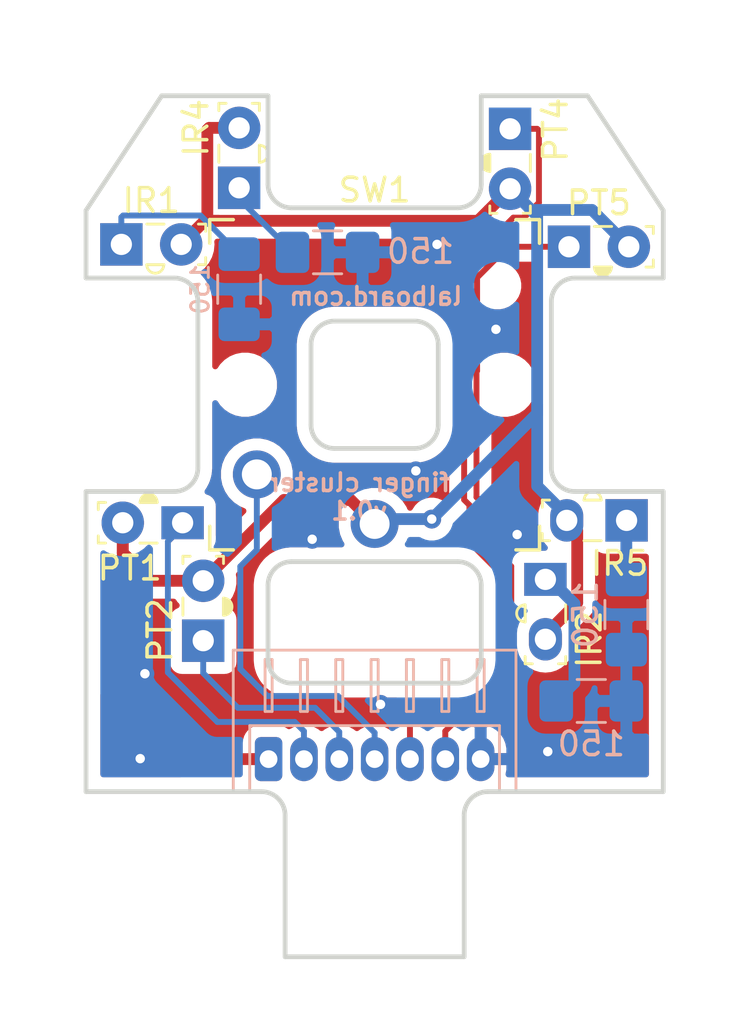
<source format=kicad_pcb>
(kicad_pcb (version 20171130) (host pcbnew "(5.1.4)-1")

  (general
    (thickness 1.6)
    (drawings 172)
    (tracks 118)
    (zones 0)
    (modules 14)
    (nets 12)
  )

  (page A4)
  (layers
    (0 F.Cu signal)
    (31 B.Cu signal)
    (34 B.Paste user hide)
    (35 F.Paste user)
    (36 B.SilkS user hide)
    (37 F.SilkS user)
    (38 B.Mask user hide)
    (39 F.Mask user)
    (40 Dwgs.User user hide)
    (44 Edge.Cuts user)
    (45 Margin user hide)
    (46 B.CrtYd user hide)
    (47 F.CrtYd user)
    (48 B.Fab user hide)
    (49 F.Fab user)
  )

  (setup
    (last_trace_width 0.25)
    (user_trace_width 0.2)
    (user_trace_width 0.5)
    (trace_clearance 0.2)
    (zone_clearance 0.508)
    (zone_45_only yes)
    (trace_min 0.2)
    (via_size 0.8)
    (via_drill 0.4)
    (via_min_size 0.4)
    (via_min_drill 0.3)
    (uvia_size 0.3)
    (uvia_drill 0.1)
    (uvias_allowed no)
    (uvia_min_size 0.2)
    (uvia_min_drill 0.1)
    (edge_width 0.1)
    (segment_width 0.2)
    (pcb_text_width 0.3)
    (pcb_text_size 1.5 1.5)
    (mod_edge_width 0.15)
    (mod_text_size 1 1)
    (mod_text_width 0.15)
    (pad_size 5.6 5.6)
    (pad_drill 3.2)
    (pad_to_mask_clearance 0)
    (aux_axis_origin 0 0)
    (grid_origin 150 100)
    (visible_elements 7FFFFFFF)
    (pcbplotparams
      (layerselection 0x210f0_ffffffff)
      (usegerberextensions false)
      (usegerberattributes true)
      (usegerberadvancedattributes true)
      (creategerberjobfile true)
      (excludeedgelayer true)
      (linewidth 0.100000)
      (plotframeref false)
      (viasonmask false)
      (mode 1)
      (useauxorigin false)
      (hpglpennumber 1)
      (hpglpenspeed 20)
      (hpglpendiameter 15.000000)
      (psnegative false)
      (psa4output false)
      (plotreference true)
      (plotvalue true)
      (plotinvisibletext false)
      (padsonsilk false)
      (subtractmaskfromsilk false)
      (outputformat 1)
      (mirror false)
      (drillshape 0)
      (scaleselection 1)
      (outputdirectory "gerbers/cluster/"))
  )

  (net 0 "")
  (net 1 +5V)
  (net 2 "Net-(IR1-Pad1)")
  (net 3 "Net-(IR2-Pad1)")
  (net 4 "Net-(IR4-Pad1)")
  (net 5 "Net-(IR5-Pad1)")
  (net 6 C1)
  (net 7 C2)
  (net 8 C4)
  (net 9 C3)
  (net 10 C5)
  (net 11 GND)

  (net_class Default "This is the default net class."
    (clearance 0.2)
    (trace_width 0.25)
    (via_dia 0.8)
    (via_drill 0.4)
    (uvia_dia 0.3)
    (uvia_drill 0.1)
    (add_net +5V)
    (add_net C1)
    (add_net C2)
    (add_net C3)
    (add_net C4)
    (add_net C5)
    (add_net GND)
    (add_net "Net-(IR1-Pad1)")
    (add_net "Net-(IR2-Pad1)")
    (add_net "Net-(IR4-Pad1)")
    (add_net "Net-(IR5-Pad1)")
  )

  (net_class Power ""
    (clearance 0.2)
    (trace_width 0.5)
    (via_dia 0.8)
    (via_drill 0.4)
    (uvia_dia 0.3)
    (uvia_drill 0.1)
  )

  (module lalboard:SW_CHOC (layer F.Cu) (tedit 610E9F0A) (tstamp 610EF595)
    (at 162.45 75.55)
    (descr "Kailh \"Choc\" PG1350 keyswitch")
    (tags kailh,choc)
    (path /610EC1B0)
    (fp_text reference SW1 (at 0 -8.255) (layer F.SilkS)
      (effects (font (size 1 1) (thickness 0.15)))
    )
    (fp_text value SW_Push (at 0 8.255) (layer F.Fab)
      (effects (font (size 1 1) (thickness 0.15)))
    )
    (fp_line (start -2.6 -3.1) (end 2.6 -3.1) (layer Eco2.User) (width 0.15))
    (fp_line (start 2.6 -3.1) (end 2.6 -6.3) (layer Eco2.User) (width 0.15))
    (fp_line (start 2.6 -6.3) (end -2.6 -6.3) (layer Eco2.User) (width 0.15))
    (fp_line (start -2.6 -3.1) (end -2.6 -6.3) (layer Eco2.User) (width 0.15))
    (fp_line (start -7 -6) (end -7 -7) (layer F.SilkS) (width 0.15))
    (fp_line (start -7 7) (end -6 7) (layer F.SilkS) (width 0.15))
    (fp_line (start -6 -7) (end -7 -7) (layer F.SilkS) (width 0.15))
    (fp_line (start -7 7) (end -7 6) (layer F.SilkS) (width 0.15))
    (fp_line (start 7 6) (end 7 7) (layer F.SilkS) (width 0.15))
    (fp_line (start 7 -7) (end 6 -7) (layer F.SilkS) (width 0.15))
    (fp_line (start 6 7) (end 7 7) (layer F.SilkS) (width 0.15))
    (fp_line (start 7 -7) (end 7 -6) (layer F.SilkS) (width 0.15))
    (fp_line (start -6.9 6.9) (end 6.9 6.9) (layer Eco2.User) (width 0.15))
    (fp_line (start 6.9 -6.9) (end -6.9 -6.9) (layer Eco2.User) (width 0.15))
    (fp_line (start 6.9 -6.9) (end 6.9 6.9) (layer Eco2.User) (width 0.15))
    (fp_line (start -6.9 6.9) (end -6.9 -6.9) (layer Eco2.User) (width 0.15))
    (fp_line (start -7.5 -7.5) (end 7.5 -7.5) (layer F.Fab) (width 0.15))
    (fp_line (start 7.5 -7.5) (end 7.5 7.5) (layer F.Fab) (width 0.15))
    (fp_line (start 7.5 7.5) (end -7.5 7.5) (layer F.Fab) (width 0.15))
    (fp_line (start -7.5 7.5) (end -7.5 -7.5) (layer F.Fab) (width 0.15))
    (fp_text user %R (at 0 0) (layer F.Fab)
      (effects (font (size 1 1) (thickness 0.15)))
    )
    (pad "" np_thru_hole circle (at 0 0) (size 3.429 3.429) (drill 3.429) (layers *.Cu *.Mask))
    (pad 2 thru_hole circle (at -5 3.8) (size 2.032 2.032) (drill 1.27) (layers *.Cu *.Mask)
      (net 9 C3))
    (pad 1 thru_hole circle (at 0 5.9) (size 2.032 2.032) (drill 1.27) (layers *.Cu *.Mask)
      (net 1 +5V))
    (pad "" np_thru_hole circle (at 5.22 -4.2) (size 0.9906 0.9906) (drill 0.9906) (layers *.Cu *.Mask))
    (pad "" np_thru_hole circle (at 5.5 0) (size 1.7018 1.7018) (drill 1.7018) (layers *.Cu *.Mask))
    (pad "" np_thru_hole circle (at -5.5 0) (size 1.7018 1.7018) (drill 1.7018) (layers *.Cu *.Mask))
  )

  (module Resistor_SMD:R_1206_3216Metric_Pad1.42x1.75mm_HandSolder (layer B.Cu) (tedit 5B301BBD) (tstamp 60583A40)
    (at 160.4525 69.935 180)
    (descr "Resistor SMD 1206 (3216 Metric), square (rectangular) end terminal, IPC_7351 nominal with elongated pad for handsoldering. (Body size source: http://www.tortai-tech.com/upload/download/2011102023233369053.pdf), generated with kicad-footprint-generator")
    (tags "resistor handsolder")
    (path /60615057)
    (attr smd)
    (fp_text reference R4 (at -3.6525 1.18) (layer B.SilkS) hide
      (effects (font (size 1 1) (thickness 0.15)) (justify mirror))
    )
    (fp_text value 150 (at -3.9475 0.035) (layer B.SilkS)
      (effects (font (size 1 1) (thickness 0.15)) (justify mirror))
    )
    (fp_line (start 2.45 -1.12) (end -2.45 -1.12) (layer B.CrtYd) (width 0.05))
    (fp_line (start 2.45 1.12) (end 2.45 -1.12) (layer B.CrtYd) (width 0.05))
    (fp_line (start -2.45 1.12) (end 2.45 1.12) (layer B.CrtYd) (width 0.05))
    (fp_line (start -2.45 -1.12) (end -2.45 1.12) (layer B.CrtYd) (width 0.05))
    (fp_line (start -0.602064 -0.91) (end 0.602064 -0.91) (layer B.SilkS) (width 0.12))
    (fp_line (start -0.602064 0.91) (end 0.602064 0.91) (layer B.SilkS) (width 0.12))
    (fp_line (start 1.6 -0.8) (end -1.6 -0.8) (layer B.Fab) (width 0.1))
    (fp_line (start 1.6 0.8) (end 1.6 -0.8) (layer B.Fab) (width 0.1))
    (fp_line (start -1.6 0.8) (end 1.6 0.8) (layer B.Fab) (width 0.1))
    (fp_line (start -1.6 -0.8) (end -1.6 0.8) (layer B.Fab) (width 0.1))
    (fp_text user %R (at 0 0) (layer B.Fab)
      (effects (font (size 0.8 0.8) (thickness 0.12)) (justify mirror))
    )
    (pad 1 smd roundrect (at -1.4875 0 180) (size 1.425 1.75) (layers B.Cu B.Paste B.Mask) (roundrect_rratio 0.175439)
      (net 11 GND))
    (pad 2 smd roundrect (at 1.4875 0 180) (size 1.425 1.75) (layers B.Cu B.Paste B.Mask) (roundrect_rratio 0.175439)
      (net 4 "Net-(IR4-Pad1)"))
    (model ${KISYS3DMOD}/Resistor_SMD.3dshapes/R_1206_3216Metric.wrl
      (at (xyz 0 0 0))
      (scale (xyz 1 1 1))
      (rotate (xyz 0 0 0))
    )
  )

  (module lalboard:JST_ZH_S7B-ZR_1x07_P1.50mm_Horizontal (layer B.Cu) (tedit 6050757A) (tstamp 605839D2)
    (at 157.95 91.4)
    (descr "JST ZH series connector, S7B-ZR (http://www.jst-mfg.com/product/pdf/eng/eZH.pdf)")
    (tags "connector JST ZH horizontal")
    (path /5F95ECA5)
    (fp_text reference J1 (at 4.5 2.5) (layer B.SilkS) hide
      (effects (font (size 1 1) (thickness 0.15)) (justify mirror))
    )
    (fp_text value Conn_01x07 (at 4.5 -3.4) (layer B.Fab)
      (effects (font (size 1 1) (thickness 0.15)) (justify mirror))
    )
    (fp_line (start 0 -1.12) (end 0.25 -1.52) (layer B.Fab) (width 0.12))
    (fp_line (start -0.25 -1.52) (end 0 -1.12) (layer B.Fab) (width 0.12))
    (fp_line (start -2 -5.1) (end 11 -5.1) (layer B.CrtYd) (width 0.05))
    (fp_line (start 11 -5.1) (end 11 2.5) (layer B.CrtYd) (width 0.05))
    (fp_line (start 11 2.5) (end -2 2.5) (layer B.CrtYd) (width 0.05))
    (fp_line (start -2 2.5) (end -2 -5.1) (layer B.CrtYd) (width 0.05))
    (fp_line (start -1.5 -4.6) (end -1.5 1.4) (layer B.SilkS) (width 0.12))
    (fp_line (start 10.5 1.4) (end 10.5 -4.6) (layer B.SilkS) (width 0.12))
    (fp_line (start -1.5 -4.6) (end 10.5 -4.6) (layer B.SilkS) (width 0.12))
    (fp_line (start -0.8 -1.4) (end 9.8 -1.4) (layer B.SilkS) (width 0.12))
    (fp_line (start -0.8 -1.4) (end -0.8 1.4) (layer B.SilkS) (width 0.12))
    (fp_line (start 9.8 1.4) (end 9.8 -1.4) (layer B.SilkS) (width 0.12))
    (fp_line (start 0.15 -2) (end -0.15 -2) (layer B.SilkS) (width 0.12))
    (fp_line (start -0.15 -4.2) (end -0.15 -2) (layer B.SilkS) (width 0.12))
    (fp_line (start 0.15 -4.2) (end 0.15 -2) (layer B.SilkS) (width 0.12))
    (fp_line (start -0.15 -4.2) (end 0.15 -4.2) (layer B.SilkS) (width 0.12))
    (fp_line (start 1.35 -4.2) (end 1.35 -2) (layer B.SilkS) (width 0.12))
    (fp_line (start 1.65 -4.2) (end 1.65 -2) (layer B.SilkS) (width 0.12))
    (fp_line (start 1.65 -2) (end 1.35 -2) (layer B.SilkS) (width 0.12))
    (fp_line (start 1.35 -4.2) (end 1.65 -4.2) (layer B.SilkS) (width 0.12))
    (fp_line (start 2.85 -4.2) (end 3.15 -4.2) (layer B.SilkS) (width 0.12))
    (fp_line (start 3.15 -2) (end 2.85 -2) (layer B.SilkS) (width 0.12))
    (fp_line (start 3.15 -4.2) (end 3.15 -2) (layer B.SilkS) (width 0.12))
    (fp_line (start 2.85 -4.2) (end 2.85 -2) (layer B.SilkS) (width 0.12))
    (fp_line (start 4.65 -2) (end 4.35 -2) (layer B.SilkS) (width 0.12))
    (fp_line (start 4.65 -4.2) (end 4.65 -2) (layer B.SilkS) (width 0.12))
    (fp_line (start 4.35 -4.2) (end 4.35 -2) (layer B.SilkS) (width 0.12))
    (fp_line (start 4.35 -4.2) (end 4.65 -4.2) (layer B.SilkS) (width 0.12))
    (fp_line (start 6.15 -4.2) (end 6.15 -2) (layer B.SilkS) (width 0.12))
    (fp_line (start 5.85 -4.2) (end 6.15 -4.2) (layer B.SilkS) (width 0.12))
    (fp_line (start 5.85 -4.2) (end 5.85 -2) (layer B.SilkS) (width 0.12))
    (fp_line (start 6.15 -2) (end 5.85 -2) (layer B.SilkS) (width 0.12))
    (fp_line (start 7.35 -4.2) (end 7.35 -2) (layer B.SilkS) (width 0.12))
    (fp_line (start 7.35 -4.2) (end 7.65 -4.2) (layer B.SilkS) (width 0.12))
    (fp_line (start 7.65 -2) (end 7.35 -2) (layer B.SilkS) (width 0.12))
    (fp_line (start 7.65 -4.2) (end 7.65 -2) (layer B.SilkS) (width 0.12))
    (fp_line (start 9.15 -4.2) (end 9.15 -2) (layer B.SilkS) (width 0.12))
    (fp_line (start 8.85 -4.2) (end 9.15 -4.2) (layer B.SilkS) (width 0.12))
    (fp_line (start 9.15 -2) (end 8.85 -2) (layer B.SilkS) (width 0.12))
    (fp_line (start 8.85 -4.2) (end 8.85 -2) (layer B.SilkS) (width 0.12))
    (fp_line (start 9.92 1.28) (end 10.38 1.28) (layer B.Fab) (width 0.12))
    (fp_line (start -0.92 -1.52) (end 9.92 -1.52) (layer B.Fab) (width 0.12))
    (fp_line (start 9.92 1.28) (end 9.92 -1.52) (layer B.Fab) (width 0.12))
    (fp_line (start 10.38 1.28) (end 10.38 -4.48) (layer B.Fab) (width 0.12))
    (fp_line (start 10.38 -4.48) (end -1.38 -4.48) (layer B.Fab) (width 0.12))
    (fp_line (start -1.38 -4.48) (end -1.38 1.28) (layer B.Fab) (width 0.12))
    (fp_line (start -1.38 1.28) (end -0.92 1.28) (layer B.Fab) (width 0.12))
    (fp_line (start -0.92 1.28) (end -0.92 -1.52) (layer B.Fab) (width 0.12))
    (fp_line (start -1.5 1.4) (end -0.8 1.4) (layer B.SilkS) (width 0.12))
    (fp_line (start 9.8 1.4) (end 10.5 1.4) (layer B.SilkS) (width 0.12))
    (fp_text user %R (at 4.5 -1.5) (layer B.Fab)
      (effects (font (size 1 1) (thickness 0.15)) (justify mirror))
    )
    (pad 2 thru_hole oval (at 1.5 0.02) (size 1.17 1.87) (drill 0.75) (layers *.Cu *.Mask)
      (net 6 C1))
    (pad 3 thru_hole oval (at 3 0.02) (size 1.17 1.87) (drill 0.75) (layers *.Cu *.Mask)
      (net 7 C2))
    (pad 5 thru_hole oval (at 6 0.02) (size 1.17 1.87) (drill 0.75) (layers *.Cu *.Mask)
      (net 8 C4))
    (pad 4 thru_hole oval (at 4.5 0.02) (size 1.17 1.87) (drill 0.75) (layers *.Cu *.Mask)
      (net 9 C3))
    (pad 6 thru_hole oval (at 7.5 0.02) (size 1.17 1.87) (drill 0.75) (layers *.Cu *.Mask)
      (net 10 C5))
    (pad 1 thru_hole roundrect (at 0 0.02) (size 1.17 1.87) (drill 0.75) (layers *.Cu *.Mask) (roundrect_rratio 0.214)
      (net 1 +5V))
    (pad 7 thru_hole oval (at 9 0.02) (size 1.17 1.87) (drill 0.75) (layers *.Cu *.Mask)
      (net 11 GND))
  )

  (module lalboard:IR908-7C-F (layer F.Cu) (tedit 60518621) (tstamp 6058396E)
    (at 156.7 67.2 90)
    (descr "LED_SideEmitter_Rectangular, Rectangular, SideEmitter,  Rectangular size 4.5x1.6mm^2, 2 pins, http://cdn-reichelt.de/documents/datenblatt/A500/LED15MMGE_LED15MMGN%23KIN.pdf")
    (tags "LED_SideEmitter_Rectangular Rectangular SideEmitter  Rectangular size 4.5x1.6mm^2 2 pins")
    (path /6061505D)
    (fp_text reference IR4 (at 2.54 -1.83 90) (layer F.SilkS)
      (effects (font (size 1 1) (thickness 0.15)))
    )
    (fp_text value OP140C (at 4.795 2.925 90) (layer F.Fab)
      (effects (font (size 1 1) (thickness 0.15)))
    )
    (fp_line (start -0.98 -0.8) (end -0.98 0.8) (layer F.Fab) (width 0.1))
    (fp_line (start -0.98 0.8) (end 3.52 0.8) (layer F.Fab) (width 0.1))
    (fp_line (start 3.52 0.8) (end 3.52 -0.8) (layer F.Fab) (width 0.1))
    (fp_line (start 3.52 -0.8) (end -0.98 -0.8) (layer F.Fab) (width 0.1))
    (fp_line (start 1.08 -0.861) (end 1.811 -0.861) (layer F.SilkS) (width 0.12))
    (fp_line (start 3.27 -0.861) (end 3.58 -0.861) (layer F.SilkS) (width 0.12))
    (fp_line (start 1.08 0.861) (end 1.811 0.861) (layer F.SilkS) (width 0.12))
    (fp_line (start 3.27 0.861) (end 3.58 0.861) (layer F.SilkS) (width 0.12))
    (fp_line (start 3.58 -0.861) (end 3.58 -0.555) (layer F.SilkS) (width 0.12))
    (fp_line (start 3.58 0.555) (end 3.58 0.861) (layer F.SilkS) (width 0.12))
    (fp_line (start -1.3 -1.15) (end -1.3 1.15) (layer F.CrtYd) (width 0.05))
    (fp_line (start -1.3 1.15) (end 3.85 1.15) (layer F.CrtYd) (width 0.05))
    (fp_line (start 3.85 1.15) (end 3.85 -1.15) (layer F.CrtYd) (width 0.05))
    (fp_line (start 3.85 -1.15) (end -1.3 -1.15) (layer F.CrtYd) (width 0.05))
    (fp_line (start 1.08 0.861) (end 1.8 0.861) (layer F.SilkS) (width 0.12))
    (fp_arc (start 1.44 0.861) (end 1.08 0.861) (angle -180) (layer F.SilkS) (width 0.12))
    (pad 2 thru_hole circle (at 2.54 0 135) (size 1.8 1.8) (drill 0.9) (layers *.Cu *.Mask)
      (net 1 +5V))
    (pad 1 thru_hole rect (at 0 0 90) (size 1.8 1.8) (drill 0.9) (layers *.Cu *.Mask)
      (net 4 "Net-(IR4-Pad1)"))
    (model ${KISYS3DMOD}/LED_THT.3dshapes/LED_SideEmitter_Rectangular_W4.5mm_H1.6mm.wrl
      (at (xyz 0 0 0))
      (scale (xyz 1 1 1))
      (rotate (xyz 0 0 0))
    )
  )

  (module lalboard:PT908-7C-F (layer F.Cu) (tedit 60506EC2) (tstamp 6058393D)
    (at 168.2 64.7 270)
    (descr "LED_SideEmitter_Rectangular, Rectangular, SideEmitter,  Rectangular size 4.5x1.6mm^2, 2 pins, http://cdn-reichelt.de/documents/datenblatt/A500/LED15MMGE_LED15MMGN%23KIN.pdf")
    (tags "LED_SideEmitter_Rectangular Rectangular SideEmitter  Rectangular size 4.5x1.6mm^2 2 pins")
    (path /6061504A)
    (fp_text reference PT4 (at 0.04 -1.92 90) (layer F.SilkS)
      (effects (font (size 1 1) (thickness 0.15)))
    )
    (fp_text value OP550A (at -2.455 2.725 90) (layer F.Fab)
      (effects (font (size 1 1) (thickness 0.15)))
    )
    (fp_line (start -0.98 -0.8) (end -0.98 0.8) (layer F.Fab) (width 0.1))
    (fp_line (start -0.98 0.8) (end 3.52 0.8) (layer F.Fab) (width 0.1))
    (fp_line (start 3.52 0.8) (end 3.52 -0.8) (layer F.Fab) (width 0.1))
    (fp_line (start 3.52 -0.8) (end -0.98 -0.8) (layer F.Fab) (width 0.1))
    (fp_line (start 1.08 -0.861) (end 1.811 -0.861) (layer F.SilkS) (width 0.12))
    (fp_line (start 3.27 -0.861) (end 3.58 -0.861) (layer F.SilkS) (width 0.12))
    (fp_line (start 1.08 0.861) (end 1.811 0.861) (layer F.SilkS) (width 0.12))
    (fp_line (start 3.27 0.861) (end 3.58 0.861) (layer F.SilkS) (width 0.12))
    (fp_line (start 3.58 -0.861) (end 3.58 -0.555) (layer F.SilkS) (width 0.12))
    (fp_line (start 3.58 0.555) (end 3.58 0.861) (layer F.SilkS) (width 0.12))
    (fp_line (start -1.3 -1.15) (end -1.3 1.15) (layer F.CrtYd) (width 0.05))
    (fp_line (start -1.3 1.15) (end 3.85 1.15) (layer F.CrtYd) (width 0.05))
    (fp_line (start 3.85 1.15) (end 3.85 -1.15) (layer F.CrtYd) (width 0.05))
    (fp_line (start 3.85 -1.15) (end -1.3 -1.15) (layer F.CrtYd) (width 0.05))
    (fp_line (start 1.08 0.861) (end 1.8 0.861) (layer F.SilkS) (width 0.12))
    (fp_poly (pts (xy 1.57 1.121) (xy 1.28 1.121) (xy 1.16 0.931) (xy 1.16 0.921)
      (xy 1.73 0.921)) (layer F.SilkS) (width 0.1))
    (fp_arc (start 1.44 0.861) (end 1.08 0.861) (angle -180) (layer F.SilkS) (width 0.12))
    (pad 2 thru_hole circle (at 2.54 0 270) (size 1.8 1.8) (drill 0.9) (layers *.Cu *.Mask)
      (net 1 +5V))
    (pad 1 thru_hole rect (at 0 0 270) (size 1.8 1.8) (drill 0.9) (layers *.Cu *.Mask)
      (net 8 C4))
    (model ${KISYS3DMOD}/LED_THT.3dshapes/LED_SideEmitter_Rectangular_W4.5mm_H1.6mm.wrl
      (at (xyz 0 0 0))
      (scale (xyz 1 1 1))
      (rotate (xyz 0 0 0))
    )
  )

  (module lalboard:PT908-7C-F (layer F.Cu) (tedit 60518652) (tstamp 60583925)
    (at 155.175 86.4 90)
    (descr "LED_SideEmitter_Rectangular, Rectangular, SideEmitter,  Rectangular size 4.5x1.6mm^2, 2 pins, http://cdn-reichelt.de/documents/datenblatt/A500/LED15MMGE_LED15MMGN%23KIN.pdf")
    (tags "LED_SideEmitter_Rectangular Rectangular SideEmitter  Rectangular size 4.5x1.6mm^2 2 pins")
    (path /606129FF)
    (fp_text reference PT2 (at 0.44 -1.84 90) (layer F.SilkS)
      (effects (font (size 1 1) (thickness 0.15)))
    )
    (fp_text value OP550A (at -1.355 1.775 90) (layer F.Fab)
      (effects (font (size 1 1) (thickness 0.15)))
    )
    (fp_line (start -0.98 -0.8) (end -0.98 0.8) (layer F.Fab) (width 0.1))
    (fp_line (start -0.98 0.8) (end 3.52 0.8) (layer F.Fab) (width 0.1))
    (fp_line (start 3.52 0.8) (end 3.52 -0.8) (layer F.Fab) (width 0.1))
    (fp_line (start 3.52 -0.8) (end -0.98 -0.8) (layer F.Fab) (width 0.1))
    (fp_line (start 1.08 -0.861) (end 1.811 -0.861) (layer F.SilkS) (width 0.12))
    (fp_line (start 3.27 -0.861) (end 3.58 -0.861) (layer F.SilkS) (width 0.12))
    (fp_line (start 1.08 0.861) (end 1.811 0.861) (layer F.SilkS) (width 0.12))
    (fp_line (start 3.27 0.861) (end 3.58 0.861) (layer F.SilkS) (width 0.12))
    (fp_line (start 3.58 -0.861) (end 3.58 -0.555) (layer F.SilkS) (width 0.12))
    (fp_line (start 3.58 0.555) (end 3.58 0.861) (layer F.SilkS) (width 0.12))
    (fp_line (start -1.3 -1.15) (end -1.3 1.15) (layer F.CrtYd) (width 0.05))
    (fp_line (start -1.3 1.15) (end 3.85 1.15) (layer F.CrtYd) (width 0.05))
    (fp_line (start 3.85 1.15) (end 3.85 -1.15) (layer F.CrtYd) (width 0.05))
    (fp_line (start 3.85 -1.15) (end -1.3 -1.15) (layer F.CrtYd) (width 0.05))
    (fp_line (start 1.08 0.861) (end 1.8 0.861) (layer F.SilkS) (width 0.12))
    (fp_poly (pts (xy 1.57 1.121) (xy 1.28 1.121) (xy 1.16 0.931) (xy 1.16 0.921)
      (xy 1.73 0.921)) (layer F.SilkS) (width 0.1))
    (fp_arc (start 1.44 0.861) (end 1.08 0.861) (angle -180) (layer F.SilkS) (width 0.12))
    (pad 2 thru_hole circle (at 2.54 0 135) (size 1.8 1.8) (drill 0.9) (layers *.Cu *.Mask)
      (net 1 +5V))
    (pad 1 thru_hole rect (at 0 0 90) (size 1.8 1.8) (drill 0.9) (layers *.Cu *.Mask)
      (net 7 C2))
    (model ${KISYS3DMOD}/LED_THT.3dshapes/LED_SideEmitter_Rectangular_W4.5mm_H1.6mm.wrl
      (at (xyz 0 0 0))
      (scale (xyz 1 1 1))
      (rotate (xyz 0 0 0))
    )
  )

  (module Resistor_SMD:R_1206_3216Metric_Pad1.42x1.75mm_HandSolder (layer B.Cu) (tedit 5B301BBD) (tstamp 605838FD)
    (at 156.7 71.5 90)
    (descr "Resistor SMD 1206 (3216 Metric), square (rectangular) end terminal, IPC_7351 nominal with elongated pad for handsoldering. (Body size source: http://www.tortai-tech.com/upload/download/2011102023233369053.pdf), generated with kicad-footprint-generator")
    (tags "resistor handsolder")
    (path /5F993655)
    (attr smd)
    (fp_text reference R1 (at 0.3225 10.64 180) (layer B.SilkS) hide
      (effects (font (size 1 1) (thickness 0.15)) (justify mirror))
    )
    (fp_text value 150 (at 0 -1.649999 270) (layer B.SilkS)
      (effects (font (size 0.75 0.75) (thickness 0.125)) (justify mirror))
    )
    (fp_line (start -1.6 -0.8) (end -1.6 0.8) (layer B.Fab) (width 0.1))
    (fp_line (start -1.6 0.8) (end 1.6 0.8) (layer B.Fab) (width 0.1))
    (fp_line (start 1.6 0.8) (end 1.6 -0.8) (layer B.Fab) (width 0.1))
    (fp_line (start 1.6 -0.8) (end -1.6 -0.8) (layer B.Fab) (width 0.1))
    (fp_line (start -0.602064 0.91) (end 0.602064 0.91) (layer B.SilkS) (width 0.12))
    (fp_line (start -0.602064 -0.91) (end 0.602064 -0.91) (layer B.SilkS) (width 0.12))
    (fp_line (start -2.45 -1.12) (end -2.45 1.12) (layer B.CrtYd) (width 0.05))
    (fp_line (start -2.45 1.12) (end 2.45 1.12) (layer B.CrtYd) (width 0.05))
    (fp_line (start 2.45 1.12) (end 2.45 -1.12) (layer B.CrtYd) (width 0.05))
    (fp_line (start 2.45 -1.12) (end -2.45 -1.12) (layer B.CrtYd) (width 0.05))
    (fp_text user %R (at 0 0 270) (layer B.Fab)
      (effects (font (size 0.8 0.8) (thickness 0.12)) (justify mirror))
    )
    (pad 2 smd roundrect (at 1.4875 0 90) (size 1.425 1.75) (layers B.Cu B.Paste B.Mask) (roundrect_rratio 0.175439)
      (net 2 "Net-(IR1-Pad1)"))
    (pad 1 smd roundrect (at -1.4875 0 90) (size 1.425 1.75) (layers B.Cu B.Paste B.Mask) (roundrect_rratio 0.175439)
      (net 11 GND))
    (model ${KISYS3DMOD}/Resistor_SMD.3dshapes/R_1206_3216Metric.wrl
      (at (xyz 0 0 0))
      (scale (xyz 1 1 1))
      (rotate (xyz 0 0 0))
    )
  )

  (module Resistor_SMD:R_1206_3216Metric_Pad1.42x1.75mm_HandSolder (layer B.Cu) (tedit 5B301BBD) (tstamp 605838ED)
    (at 171.6475 88.955 180)
    (descr "Resistor SMD 1206 (3216 Metric), square (rectangular) end terminal, IPC_7351 nominal with elongated pad for handsoldering. (Body size source: http://www.tortai-tech.com/upload/download/2011102023233369053.pdf), generated with kicad-footprint-generator")
    (tags "resistor handsolder")
    (path /60612A0C)
    (attr smd)
    (fp_text reference R2 (at 0 1.82 180) (layer B.SilkS) hide
      (effects (font (size 1 1) (thickness 0.15)) (justify mirror))
    )
    (fp_text value 150 (at 0 -1.82 180) (layer B.SilkS)
      (effects (font (size 1 1) (thickness 0.15)) (justify mirror))
    )
    (fp_line (start 2.45 -1.12) (end -2.45 -1.12) (layer B.CrtYd) (width 0.05))
    (fp_line (start 2.45 1.12) (end 2.45 -1.12) (layer B.CrtYd) (width 0.05))
    (fp_line (start -2.45 1.12) (end 2.45 1.12) (layer B.CrtYd) (width 0.05))
    (fp_line (start -2.45 -1.12) (end -2.45 1.12) (layer B.CrtYd) (width 0.05))
    (fp_line (start -0.602064 -0.91) (end 0.602064 -0.91) (layer B.SilkS) (width 0.12))
    (fp_line (start -0.602064 0.91) (end 0.602064 0.91) (layer B.SilkS) (width 0.12))
    (fp_line (start 1.6 -0.8) (end -1.6 -0.8) (layer B.Fab) (width 0.1))
    (fp_line (start 1.6 0.8) (end 1.6 -0.8) (layer B.Fab) (width 0.1))
    (fp_line (start -1.6 0.8) (end 1.6 0.8) (layer B.Fab) (width 0.1))
    (fp_line (start -1.6 -0.8) (end -1.6 0.8) (layer B.Fab) (width 0.1))
    (fp_text user %R (at 0 0) (layer B.Fab)
      (effects (font (size 0.8 0.8) (thickness 0.12)) (justify mirror))
    )
    (pad 1 smd roundrect (at -1.4875 0 180) (size 1.425 1.75) (layers B.Cu B.Paste B.Mask) (roundrect_rratio 0.175439)
      (net 11 GND))
    (pad 2 smd roundrect (at 1.4875 0 180) (size 1.425 1.75) (layers B.Cu B.Paste B.Mask) (roundrect_rratio 0.175439)
      (net 3 "Net-(IR2-Pad1)"))
    (model ${KISYS3DMOD}/Resistor_SMD.3dshapes/R_1206_3216Metric.wrl
      (at (xyz 0 0 0))
      (scale (xyz 1 1 1))
      (rotate (xyz 0 0 0))
    )
  )

  (module lalboard:IR908-7C-F (layer F.Cu) (tedit 605071FE) (tstamp 605838D7)
    (at 169.7 83.8 270)
    (descr "LED_SideEmitter_Rectangular, Rectangular, SideEmitter,  Rectangular size 4.5x1.6mm^2, 2 pins, http://cdn-reichelt.de/documents/datenblatt/A500/LED15MMGE_LED15MMGN%23KIN.pdf")
    (tags "LED_SideEmitter_Rectangular Rectangular SideEmitter  Rectangular size 4.5x1.6mm^2 2 pins")
    (path /60612A12)
    (fp_text reference IR2 (at 2.54 -1.86 90) (layer F.SilkS)
      (effects (font (size 1 1) (thickness 0.15)))
    )
    (fp_text value OP140C (at 3.795 -2.225 90) (layer F.Fab)
      (effects (font (size 1 1) (thickness 0.15)))
    )
    (fp_line (start -0.98 -0.8) (end -0.98 0.8) (layer F.Fab) (width 0.1))
    (fp_line (start -0.98 0.8) (end 3.52 0.8) (layer F.Fab) (width 0.1))
    (fp_line (start 3.52 0.8) (end 3.52 -0.8) (layer F.Fab) (width 0.1))
    (fp_line (start 3.52 -0.8) (end -0.98 -0.8) (layer F.Fab) (width 0.1))
    (fp_line (start 1.08 -0.861) (end 1.811 -0.861) (layer F.SilkS) (width 0.12))
    (fp_line (start 3.27 -0.861) (end 3.58 -0.861) (layer F.SilkS) (width 0.12))
    (fp_line (start 1.08 0.861) (end 1.811 0.861) (layer F.SilkS) (width 0.12))
    (fp_line (start 3.27 0.861) (end 3.58 0.861) (layer F.SilkS) (width 0.12))
    (fp_line (start 3.58 -0.861) (end 3.58 -0.555) (layer F.SilkS) (width 0.12))
    (fp_line (start 3.58 0.555) (end 3.58 0.861) (layer F.SilkS) (width 0.12))
    (fp_line (start -1.3 -1.15) (end -1.3 1.15) (layer F.CrtYd) (width 0.05))
    (fp_line (start -1.3 1.15) (end 3.85 1.15) (layer F.CrtYd) (width 0.05))
    (fp_line (start 3.85 1.15) (end 3.85 -1.15) (layer F.CrtYd) (width 0.05))
    (fp_line (start 3.85 -1.15) (end -1.3 -1.15) (layer F.CrtYd) (width 0.05))
    (fp_line (start 1.08 0.861) (end 1.8 0.861) (layer F.SilkS) (width 0.12))
    (fp_arc (start 1.44 0.861) (end 1.08 0.861) (angle -180) (layer F.SilkS) (width 0.12))
    (pad 2 thru_hole oval (at 2.54 0 270) (size 1.8 1.4) (drill 0.9) (layers *.Cu *.Mask)
      (net 1 +5V))
    (pad 1 thru_hole rect (at 0 0 270) (size 1.4 1.8) (drill 0.9) (layers *.Cu *.Mask)
      (net 3 "Net-(IR2-Pad1)"))
    (model ${KISYS3DMOD}/LED_THT.3dshapes/LED_SideEmitter_Rectangular_W4.5mm_H1.6mm.wrl
      (at (xyz 0 0 0))
      (scale (xyz 1 1 1))
      (rotate (xyz 0 0 0))
    )
  )

  (module lalboard:PT908-7C-F (layer F.Cu) (tedit 60518C12) (tstamp 605838BD)
    (at 170.7 69.7)
    (descr "LED_SideEmitter_Rectangular, Rectangular, SideEmitter,  Rectangular size 4.5x1.6mm^2, 2 pins, http://cdn-reichelt.de/documents/datenblatt/A500/LED15MMGE_LED15MMGN%23KIN.pdf")
    (tags "LED_SideEmitter_Rectangular Rectangular SideEmitter  Rectangular size 4.5x1.6mm^2 2 pins")
    (path /60615DCE)
    (fp_text reference PT5 (at 1.27 -1.86) (layer F.SilkS)
      (effects (font (size 1 1) (thickness 0.15)))
    )
    (fp_text value OP550A (at 4.545 2.675) (layer F.Fab)
      (effects (font (size 1 1) (thickness 0.15)))
    )
    (fp_line (start -0.98 -0.8) (end -0.98 0.8) (layer F.Fab) (width 0.1))
    (fp_line (start -0.98 0.8) (end 3.52 0.8) (layer F.Fab) (width 0.1))
    (fp_line (start 3.52 0.8) (end 3.52 -0.8) (layer F.Fab) (width 0.1))
    (fp_line (start 3.52 -0.8) (end -0.98 -0.8) (layer F.Fab) (width 0.1))
    (fp_line (start 1.08 -0.861) (end 1.811 -0.861) (layer F.SilkS) (width 0.12))
    (fp_line (start 3.27 -0.861) (end 3.58 -0.861) (layer F.SilkS) (width 0.12))
    (fp_line (start 1.08 0.861) (end 1.811 0.861) (layer F.SilkS) (width 0.12))
    (fp_line (start 3.27 0.861) (end 3.58 0.861) (layer F.SilkS) (width 0.12))
    (fp_line (start 3.58 -0.861) (end 3.58 -0.555) (layer F.SilkS) (width 0.12))
    (fp_line (start 3.58 0.555) (end 3.58 0.861) (layer F.SilkS) (width 0.12))
    (fp_line (start -1.3 -1.15) (end -1.3 1.15) (layer F.CrtYd) (width 0.05))
    (fp_line (start -1.3 1.15) (end 3.85 1.15) (layer F.CrtYd) (width 0.05))
    (fp_line (start 3.85 1.15) (end 3.85 -1.15) (layer F.CrtYd) (width 0.05))
    (fp_line (start 3.85 -1.15) (end -1.3 -1.15) (layer F.CrtYd) (width 0.05))
    (fp_line (start 1.08 0.861) (end 1.8 0.861) (layer F.SilkS) (width 0.12))
    (fp_poly (pts (xy 1.57 1.121) (xy 1.28 1.121) (xy 1.16 0.931) (xy 1.16 0.921)
      (xy 1.73 0.921)) (layer F.SilkS) (width 0.1))
    (fp_arc (start 1.44 0.861) (end 1.08 0.861) (angle -180) (layer F.SilkS) (width 0.12))
    (pad 2 thru_hole circle (at 2.54 0) (size 1.8 1.8) (drill 0.9) (layers *.Cu *.Mask)
      (net 1 +5V))
    (pad 1 thru_hole rect (at 0 0) (size 1.8 1.8) (drill 0.9) (layers *.Cu *.Mask)
      (net 10 C5))
    (model ${KISYS3DMOD}/LED_THT.3dshapes/LED_SideEmitter_Rectangular_W4.5mm_H1.6mm.wrl
      (at (xyz 0 0 0))
      (scale (xyz 1 1 1))
      (rotate (xyz 0 0 0))
    )
  )

  (module lalboard:PT908-7C-F (layer F.Cu) (tedit 60518647) (tstamp 60583898)
    (at 154.3 81.4 180)
    (descr "LED_SideEmitter_Rectangular, Rectangular, SideEmitter,  Rectangular size 4.5x1.6mm^2, 2 pins, http://cdn-reichelt.de/documents/datenblatt/A500/LED15MMGE_LED15MMGN%23KIN.pdf")
    (tags "LED_SideEmitter_Rectangular Rectangular SideEmitter  Rectangular size 4.5x1.6mm^2 2 pins")
    (path /5F96F978)
    (fp_text reference PT1 (at 2.245001 -1.925) (layer F.SilkS)
      (effects (font (size 1 1) (thickness 0.15)))
    )
    (fp_text value OP550A (at 4.745 2.775) (layer F.Fab)
      (effects (font (size 1 1) (thickness 0.15)))
    )
    (fp_line (start -0.98 -0.8) (end -0.98 0.8) (layer F.Fab) (width 0.1))
    (fp_line (start -0.98 0.8) (end 3.52 0.8) (layer F.Fab) (width 0.1))
    (fp_line (start 3.52 0.8) (end 3.52 -0.8) (layer F.Fab) (width 0.1))
    (fp_line (start 3.52 -0.8) (end -0.98 -0.8) (layer F.Fab) (width 0.1))
    (fp_line (start 1.08 -0.861) (end 1.811 -0.861) (layer F.SilkS) (width 0.12))
    (fp_line (start 3.27 -0.861) (end 3.58 -0.861) (layer F.SilkS) (width 0.12))
    (fp_line (start 1.08 0.861) (end 1.811 0.861) (layer F.SilkS) (width 0.12))
    (fp_line (start 3.27 0.861) (end 3.58 0.861) (layer F.SilkS) (width 0.12))
    (fp_line (start 3.58 -0.861) (end 3.58 -0.555) (layer F.SilkS) (width 0.12))
    (fp_line (start 3.58 0.555) (end 3.58 0.861) (layer F.SilkS) (width 0.12))
    (fp_line (start -1.3 -1.15) (end -1.3 1.15) (layer F.CrtYd) (width 0.05))
    (fp_line (start -1.3 1.15) (end 3.85 1.15) (layer F.CrtYd) (width 0.05))
    (fp_line (start 3.85 1.15) (end 3.85 -1.15) (layer F.CrtYd) (width 0.05))
    (fp_line (start 3.85 -1.15) (end -1.3 -1.15) (layer F.CrtYd) (width 0.05))
    (fp_line (start 1.08 0.861) (end 1.8 0.861) (layer F.SilkS) (width 0.12))
    (fp_poly (pts (xy 1.57 1.121) (xy 1.28 1.121) (xy 1.16 0.931) (xy 1.16 0.921)
      (xy 1.73 0.921)) (layer F.SilkS) (width 0.1))
    (fp_arc (start 1.44 0.861) (end 1.08 0.861) (angle -180) (layer F.SilkS) (width 0.12))
    (pad 2 thru_hole circle (at 2.54 0 225) (size 1.8 1.8) (drill 0.9) (layers *.Cu *.Mask)
      (net 1 +5V))
    (pad 1 thru_hole rect (at 0 0 180) (size 1.8 1.4) (drill 0.9) (layers *.Cu *.Mask)
      (net 6 C1))
    (model ${KISYS3DMOD}/LED_THT.3dshapes/LED_SideEmitter_Rectangular_W4.5mm_H1.6mm.wrl
      (at (xyz 0 0 0))
      (scale (xyz 1 1 1))
      (rotate (xyz 0 0 0))
    )
  )

  (module Resistor_SMD:R_1206_3216Metric_Pad1.42x1.75mm_HandSolder (layer B.Cu) (tedit 5B301BBD) (tstamp 60583888)
    (at 173.135 85.2925 90)
    (descr "Resistor SMD 1206 (3216 Metric), square (rectangular) end terminal, IPC_7351 nominal with elongated pad for handsoldering. (Body size source: http://www.tortai-tech.com/upload/download/2011102023233369053.pdf), generated with kicad-footprint-generator")
    (tags "resistor handsolder")
    (path /60615DDB)
    (attr smd)
    (fp_text reference R5 (at 0 1.82 270) (layer B.SilkS) hide
      (effects (font (size 1 1) (thickness 0.15)) (justify mirror))
    )
    (fp_text value 150 (at 0 -1.735 270) (layer B.SilkS)
      (effects (font (size 1 1) (thickness 0.15)) (justify mirror))
    )
    (fp_line (start -1.6 -0.8) (end -1.6 0.8) (layer B.Fab) (width 0.1))
    (fp_line (start -1.6 0.8) (end 1.6 0.8) (layer B.Fab) (width 0.1))
    (fp_line (start 1.6 0.8) (end 1.6 -0.8) (layer B.Fab) (width 0.1))
    (fp_line (start 1.6 -0.8) (end -1.6 -0.8) (layer B.Fab) (width 0.1))
    (fp_line (start -0.602064 0.91) (end 0.602064 0.91) (layer B.SilkS) (width 0.12))
    (fp_line (start -0.602064 -0.91) (end 0.602064 -0.91) (layer B.SilkS) (width 0.12))
    (fp_line (start -2.45 -1.12) (end -2.45 1.12) (layer B.CrtYd) (width 0.05))
    (fp_line (start -2.45 1.12) (end 2.45 1.12) (layer B.CrtYd) (width 0.05))
    (fp_line (start 2.45 1.12) (end 2.45 -1.12) (layer B.CrtYd) (width 0.05))
    (fp_line (start 2.45 -1.12) (end -2.45 -1.12) (layer B.CrtYd) (width 0.05))
    (fp_text user %R (at 0 0 270) (layer B.Fab)
      (effects (font (size 0.8 0.8) (thickness 0.12)) (justify mirror))
    )
    (pad 2 smd roundrect (at 1.4875 0 90) (size 1.425 1.75) (layers B.Cu B.Paste B.Mask) (roundrect_rratio 0.175439)
      (net 5 "Net-(IR5-Pad1)"))
    (pad 1 smd roundrect (at -1.4875 0 90) (size 1.425 1.75) (layers B.Cu B.Paste B.Mask) (roundrect_rratio 0.175439)
      (net 11 GND))
    (model ${KISYS3DMOD}/Resistor_SMD.3dshapes/R_1206_3216Metric.wrl
      (at (xyz 0 0 0))
      (scale (xyz 1 1 1))
      (rotate (xyz 0 0 0))
    )
  )

  (module lalboard:IR908-7C-F (layer F.Cu) (tedit 60507206) (tstamp 60583869)
    (at 173.145 81.3 180)
    (descr "LED_SideEmitter_Rectangular, Rectangular, SideEmitter,  Rectangular size 4.5x1.6mm^2, 2 pins, http://cdn-reichelt.de/documents/datenblatt/A500/LED15MMGE_LED15MMGN%23KIN.pdf")
    (tags "LED_SideEmitter_Rectangular Rectangular SideEmitter  Rectangular size 4.5x1.6mm^2 2 pins")
    (path /60615DE1)
    (fp_text reference IR5 (at 0.295001 -1.825) (layer F.SilkS)
      (effects (font (size 1 1) (thickness 0.15)))
    )
    (fp_text value OP140C (at -2.205 2.575) (layer F.Fab)
      (effects (font (size 1 1) (thickness 0.15)))
    )
    (fp_line (start -0.98 -0.8) (end -0.98 0.8) (layer F.Fab) (width 0.1))
    (fp_line (start -0.98 0.8) (end 3.52 0.8) (layer F.Fab) (width 0.1))
    (fp_line (start 3.52 0.8) (end 3.52 -0.8) (layer F.Fab) (width 0.1))
    (fp_line (start 3.52 -0.8) (end -0.98 -0.8) (layer F.Fab) (width 0.1))
    (fp_line (start 1.08 -0.861) (end 1.811 -0.861) (layer F.SilkS) (width 0.12))
    (fp_line (start 3.27 -0.861) (end 3.58 -0.861) (layer F.SilkS) (width 0.12))
    (fp_line (start 1.08 0.861) (end 1.811 0.861) (layer F.SilkS) (width 0.12))
    (fp_line (start 3.27 0.861) (end 3.58 0.861) (layer F.SilkS) (width 0.12))
    (fp_line (start 3.58 -0.861) (end 3.58 -0.555) (layer F.SilkS) (width 0.12))
    (fp_line (start 3.58 0.555) (end 3.58 0.861) (layer F.SilkS) (width 0.12))
    (fp_line (start -1.3 -1.15) (end -1.3 1.15) (layer F.CrtYd) (width 0.05))
    (fp_line (start -1.3 1.15) (end 3.85 1.15) (layer F.CrtYd) (width 0.05))
    (fp_line (start 3.85 1.15) (end 3.85 -1.15) (layer F.CrtYd) (width 0.05))
    (fp_line (start 3.85 -1.15) (end -1.3 -1.15) (layer F.CrtYd) (width 0.05))
    (fp_line (start 1.08 0.861) (end 1.8 0.861) (layer F.SilkS) (width 0.12))
    (fp_arc (start 1.44 0.861) (end 1.08 0.861) (angle -180) (layer F.SilkS) (width 0.12))
    (pad 2 thru_hole oval (at 2.54 0 180) (size 1.4 1.8) (drill 0.9) (layers *.Cu *.Mask)
      (net 1 +5V))
    (pad 1 thru_hole rect (at 0 0 180) (size 1.8 1.8) (drill 0.9) (layers *.Cu *.Mask)
      (net 5 "Net-(IR5-Pad1)"))
    (model ${KISYS3DMOD}/LED_THT.3dshapes/LED_SideEmitter_Rectangular_W4.5mm_H1.6mm.wrl
      (at (xyz 0 0 0))
      (scale (xyz 1 1 1))
      (rotate (xyz 0 0 0))
    )
  )

  (module lalboard:IR908-7C-F (layer F.Cu) (tedit 60518611) (tstamp 6058384E)
    (at 151.7 69.6)
    (descr "LED_SideEmitter_Rectangular, Rectangular, SideEmitter,  Rectangular size 4.5x1.6mm^2, 2 pins, http://cdn-reichelt.de/documents/datenblatt/A500/LED15MMGE_LED15MMGN%23KIN.pdf")
    (tags "LED_SideEmitter_Rectangular Rectangular SideEmitter  Rectangular size 4.5x1.6mm^2 2 pins")
    (path /5F96F62E)
    (fp_text reference IR1 (at 1.27 -1.86) (layer F.SilkS)
      (effects (font (size 1 1) (thickness 0.15)))
    )
    (fp_text value OP140C (at -2.005 2.675) (layer F.Fab)
      (effects (font (size 1 1) (thickness 0.15)))
    )
    (fp_line (start -0.98 -0.8) (end -0.98 0.8) (layer F.Fab) (width 0.1))
    (fp_line (start -0.98 0.8) (end 3.52 0.8) (layer F.Fab) (width 0.1))
    (fp_line (start 3.52 0.8) (end 3.52 -0.8) (layer F.Fab) (width 0.1))
    (fp_line (start 3.52 -0.8) (end -0.98 -0.8) (layer F.Fab) (width 0.1))
    (fp_line (start 1.08 -0.861) (end 1.811 -0.861) (layer F.SilkS) (width 0.12))
    (fp_line (start 3.27 -0.861) (end 3.58 -0.861) (layer F.SilkS) (width 0.12))
    (fp_line (start 1.08 0.861) (end 1.811 0.861) (layer F.SilkS) (width 0.12))
    (fp_line (start 3.27 0.861) (end 3.58 0.861) (layer F.SilkS) (width 0.12))
    (fp_line (start 3.58 -0.861) (end 3.58 -0.555) (layer F.SilkS) (width 0.12))
    (fp_line (start 3.58 0.555) (end 3.58 0.861) (layer F.SilkS) (width 0.12))
    (fp_line (start -1.3 -1.15) (end -1.3 1.15) (layer F.CrtYd) (width 0.05))
    (fp_line (start -1.3 1.15) (end 3.85 1.15) (layer F.CrtYd) (width 0.05))
    (fp_line (start 3.85 1.15) (end 3.85 -1.15) (layer F.CrtYd) (width 0.05))
    (fp_line (start 3.85 -1.15) (end -1.3 -1.15) (layer F.CrtYd) (width 0.05))
    (fp_line (start 1.08 0.861) (end 1.8 0.861) (layer F.SilkS) (width 0.12))
    (fp_arc (start 1.44 0.861) (end 1.08 0.861) (angle -180) (layer F.SilkS) (width 0.12))
    (pad 2 thru_hole oval (at 2.54 0) (size 1.8 1.8) (drill 0.9) (layers *.Cu *.Mask)
      (net 1 +5V))
    (pad 1 thru_hole rect (at 0 0) (size 1.8 1.8) (drill 0.9) (layers *.Cu *.Mask)
      (net 2 "Net-(IR1-Pad1)"))
    (model ${KISYS3DMOD}/LED_THT.3dshapes/LED_SideEmitter_Rectangular_W4.5mm_H1.6mm.wrl
      (at (xyz 0 0 0))
      (scale (xyz 1 1 1))
      (rotate (xyz 0 0 0))
    )
  )

  (gr_text "finger cluster\nv0.1" (at 161.8 80.3) (layer B.SilkS) (tstamp 60583DFD)
    (effects (font (size 0.75 0.75) (thickness 0.15)) (justify mirror))
  )
  (gr_text lalboard.com (at 162.5 71.8) (layer B.SilkS) (tstamp 60583DF6)
    (effects (font (size 0.75 0.75) (thickness 0.15)) (justify mirror))
  )
  (gr_line (start 153.95 71.025) (end 150.2 71.025) (layer Edge.Cuts) (width 0.2) (tstamp 60583A6D))
  (gr_arc (start 157.65 93.8) (end 158.65 93.8) (angle -90) (layer Dwgs.User) (width 0.2) (tstamp 60583A6C))
  (gr_line (start 157.65 92.8) (end 150.2 92.8) (layer Dwgs.User) (width 0.2) (tstamp 60583A6B))
  (gr_line (start 150.2 92.8) (end 150.2 80.075) (layer Dwgs.User) (width 0.2) (tstamp 60583A6A))
  (gr_line (start 174.7 68.160134) (end 174.7 71.025) (layer Dwgs.User) (width 0.2) (tstamp 60583A69))
  (gr_line (start 174.7 71.025) (end 170.95 71.025) (layer Dwgs.User) (width 0.2) (tstamp 60583A68))
  (gr_arc (start 170.95 72.025) (end 170.95 71.025) (angle -90) (layer Dwgs.User) (width 0.2) (tstamp 60583A67))
  (gr_circle (center 166.95 91.4) (end 167.3 91.4) (layer Dwgs.User) (width 0.2) (tstamp 60583A66))
  (gr_circle (center 163.95 91.4) (end 164.3 91.4) (layer Dwgs.User) (width 0.2) (tstamp 60583A65))
  (gr_circle (center 160.95 91.4) (end 161.3 91.4) (layer Dwgs.User) (width 0.2) (tstamp 60583A64))
  (gr_arc (start 170.95 79.075) (end 169.95 79.075) (angle -90) (layer F.Fab) (width 0.2) (tstamp 60583A62))
  (gr_line (start 170.95 80.075) (end 174.7 80.075) (layer F.Fab) (width 0.2) (tstamp 60583A61))
  (gr_line (start 174.7 80.075) (end 174.7 92.8) (layer F.Fab) (width 0.2) (tstamp 60583A60))
  (gr_line (start 150.2 71.025) (end 150.2 68.160134) (layer Edge.Cuts) (width 0.2) (tstamp 60583A5F))
  (gr_circle (center 155.175 83.705) (end 155.575 83.705) (layer Dwgs.User) (width 0.2) (tstamp 60583A5D))
  (gr_circle (center 155.175 86.245) (end 155.575 86.245) (layer Dwgs.User) (width 0.2) (tstamp 60583A5C))
  (gr_circle (center 170.605 69.525) (end 171.005 69.525) (layer Dwgs.User) (width 0.2) (tstamp 60583A5B))
  (gr_circle (center 170.605 81.575) (end 171.005 81.575) (layer Dwgs.User) (width 0.2) (tstamp 60583A59))
  (gr_circle (center 173.145 81.575) (end 173.545 81.575) (layer Dwgs.User) (width 0.2) (tstamp 60583A58))
  (gr_circle (center 169.725 83.705) (end 170.125 83.705) (layer Dwgs.User) (width 0.2) (tstamp 60583A57))
  (gr_circle (center 173.145 69.525) (end 173.545 69.525) (layer Dwgs.User) (width 0.2) (tstamp 60583A55))
  (gr_circle (center 168.475 78.705) (end 168.875 78.705) (layer Dwgs.User) (width 0.2) (tstamp 60583A54))
  (gr_circle (center 168.475 81.245) (end 168.875 81.245) (layer Dwgs.User) (width 0.2) (tstamp 60583A53))
  (gr_arc (start 153.95 79.075) (end 153.95 80.075) (angle -90) (layer Edge.Cuts) (width 0.2) (tstamp 60583A52))
  (gr_line (start 154.95 79.075) (end 154.95 72.025) (layer Edge.Cuts) (width 0.2) (tstamp 60583A51))
  (gr_arc (start 153.95 72.025) (end 154.95 72.025) (angle -90) (layer Edge.Cuts) (width 0.2) (tstamp 60583A50))
  (gr_arc (start 158.925 87.2) (end 157.925 87.2) (angle -90) (layer F.Fab) (width 0.2) (tstamp 60583A3F))
  (gr_line (start 157.925 87.2) (end 157.925 84.05) (layer F.Fab) (width 0.2) (tstamp 60583A3E))
  (gr_arc (start 158.925 84.05) (end 158.925 83.05) (angle -90) (layer F.Fab) (width 0.2) (tstamp 60583A3D))
  (gr_line (start 174.7 92.8) (end 167.25 92.8) (layer F.Fab) (width 0.2) (tstamp 60583A39))
  (gr_arc (start 167.25 93.8) (end 167.25 92.8) (angle -90) (layer F.Fab) (width 0.2) (tstamp 60583A38))
  (gr_line (start 166.25 93.8) (end 166.25 99.8) (layer F.Fab) (width 0.2) (tstamp 60583A37))
  (gr_line (start 153.413088 63.3) (end 157.925 63.3) (layer F.Fab) (width 0.2) (tstamp 60583A35))
  (gr_line (start 157.925 63.3) (end 157.925 67.05) (layer F.Fab) (width 0.2) (tstamp 60583A34))
  (gr_arc (start 158.925 67.05) (end 157.925 67.05) (angle -90) (layer F.Fab) (width 0.2) (tstamp 60583A33))
  (gr_line (start 171.486911 63.3) (end 174.7 68.160134) (layer Edge.Cuts) (width 0.2) (tstamp 60583A32))
  (gr_arc (start 160.75 73.85) (end 160.75 72.85) (angle -90) (layer Edge.Cuts) (width 0.2) (tstamp 60583A31))
  (gr_line (start 166.25 99.8) (end 158.65 99.8) (layer F.Fab) (width 0.2) (tstamp 60583A2C))
  (gr_line (start 158.65 99.8) (end 158.65 93.8) (layer F.Fab) (width 0.2) (tstamp 60583A2B))
  (gr_arc (start 157.65 93.8) (end 158.65 93.8) (angle -90) (layer F.Fab) (width 0.2) (tstamp 60583A2A))
  (gr_circle (center 168.475 64.855) (end 168.875 64.855) (layer Dwgs.User) (width 0.2) (tstamp 60583A28))
  (gr_circle (center 154.295 81.575) (end 154.695 81.575) (layer Dwgs.User) (width 0.2) (tstamp 60583A27))
  (gr_circle (center 151.755 81.575) (end 152.155 81.575) (layer Dwgs.User) (width 0.2) (tstamp 60583A26))
  (gr_arc (start 167.25 93.8) (end 167.25 92.8) (angle -90) (layer Edge.Cuts) (width 0.2) (tstamp 60583A0F))
  (gr_arc (start 158.925 87.2) (end 157.925 87.2) (angle -90) (layer Edge.Cuts) (width 0.2) (tstamp 605839D1))
  (gr_line (start 165.975 88.2) (end 158.925 88.2) (layer Edge.Cuts) (width 0.2) (tstamp 605839D0))
  (gr_line (start 160.75 72.85) (end 164.15 72.85) (layer F.Fab) (width 0.2) (tstamp 605839CF))
  (gr_arc (start 164.15 73.85) (end 165.15 73.85) (angle -90) (layer F.Fab) (width 0.2) (tstamp 605839CE))
  (gr_line (start 165.15 73.85) (end 165.15 77.25) (layer F.Fab) (width 0.2) (tstamp 605839CD))
  (gr_line (start 166.975 63.3) (end 171.486911 63.3) (layer Edge.Cuts) (width 0.2) (tstamp 605839CB))
  (gr_arc (start 170.95 79.075) (end 169.95 79.075) (angle -90) (layer Edge.Cuts) (width 0.2) (tstamp 605839CA))
  (gr_line (start 170.95 80.075) (end 174.7 80.075) (layer Edge.Cuts) (width 0.2) (tstamp 605839C9))
  (gr_line (start 174.7 92.8) (end 167.25 92.8) (layer Edge.Cuts) (width 0.2) (tstamp 605839C7))
  (gr_arc (start 165.975 84.05) (end 166.975 84.05) (angle -90) (layer Edge.Cuts) (width 0.2) (tstamp 605839C6))
  (gr_line (start 174.7 80.075) (end 174.7 92.8) (layer Edge.Cuts) (width 0.2) (tstamp 605839C5))
  (gr_line (start 166.975 84.05) (end 166.975 87.2) (layer Edge.Cuts) (width 0.2) (tstamp 605839C4))
  (gr_line (start 169.95 72.025) (end 169.95 79.075) (layer Edge.Cuts) (width 0.2) (tstamp 605839C3))
  (gr_line (start 174.7 80.075) (end 174.7 92.8) (layer Dwgs.User) (width 0.2) (tstamp 605839C2))
  (gr_line (start 174.7 92.8) (end 167.25 92.8) (layer Dwgs.User) (width 0.2) (tstamp 605839C1))
  (gr_arc (start 167.25 93.8) (end 167.25 92.8) (angle -90) (layer Dwgs.User) (width 0.2) (tstamp 605839C0))
  (gr_line (start 150.2 68.160134) (end 153.413088 63.3) (layer Dwgs.User) (width 0.2) (tstamp 605839A4))
  (gr_line (start 153.413088 63.3) (end 157.925 63.3) (layer Dwgs.User) (width 0.2) (tstamp 605839A3))
  (gr_line (start 157.925 63.3) (end 157.925 67.05) (layer Dwgs.User) (width 0.2) (tstamp 605839A2))
  (gr_line (start 159.75 73.85) (end 159.75 77.25) (layer Dwgs.User) (width 0.2) (tstamp 605839A1))
  (gr_arc (start 160.75 77.25) (end 159.75 77.25) (angle -90) (layer Dwgs.User) (width 0.2) (tstamp 605839A0))
  (gr_line (start 160.75 78.25) (end 164.15 78.25) (layer Dwgs.User) (width 0.2) (tstamp 6058399F))
  (gr_circle (center 162.45 96.5) (end 164 96.5) (layer F.Fab) (width 0.2) (tstamp 6058399B))
  (gr_arc (start 160.75 77.25) (end 159.75 77.25) (angle -90) (layer F.Fab) (width 0.2) (tstamp 6058399A))
  (gr_arc (start 160.75 73.85) (end 160.75 72.85) (angle -90) (layer F.Fab) (width 0.2) (tstamp 60583999))
  (gr_circle (center 162.45 96.5) (end 164 96.5) (layer Dwgs.User) (width 0.2) (tstamp 60583997))
  (gr_circle (center 156.425 78.705) (end 156.825 78.705) (layer Dwgs.User) (width 0.2) (tstamp 60583996))
  (gr_circle (center 156.425 81.245) (end 156.825 81.245) (layer Dwgs.User) (width 0.2) (tstamp 60583995))
  (gr_line (start 158.925 68.05) (end 165.975 68.05) (layer Edge.Cuts) (width 0.2) (tstamp 60583994))
  (gr_arc (start 165.975 67.05) (end 165.975 68.05) (angle -90) (layer Edge.Cuts) (width 0.2) (tstamp 60583993))
  (gr_line (start 166.975 67.05) (end 166.975 63.3) (layer Edge.Cuts) (width 0.2) (tstamp 60583992))
  (gr_arc (start 165.975 84.05) (end 166.975 84.05) (angle -90) (layer Dwgs.User) (width 0.2) (tstamp 60583991))
  (gr_line (start 166.975 84.05) (end 166.975 87.2) (layer Dwgs.User) (width 0.2) (tstamp 60583990))
  (gr_arc (start 165.975 87.2) (end 165.975 88.2) (angle -90) (layer Dwgs.User) (width 0.2) (tstamp 6058398F))
  (gr_arc (start 158.925 84.05) (end 158.925 83.05) (angle -90) (layer Dwgs.User) (width 0.2) (tstamp 6058398E))
  (gr_line (start 158.925 83.05) (end 165.975 83.05) (layer Dwgs.User) (width 0.2) (tstamp 6058398D))
  (gr_line (start 171.486911 63.3) (end 174.7 68.160134) (layer Dwgs.User) (width 0.2) (tstamp 6058398C))
  (gr_circle (center 169.725 86.245) (end 170.125 86.245) (layer Dwgs.User) (width 0.2) (tstamp 6058395C))
  (gr_circle (center 154.295 69.525) (end 154.695 69.525) (layer Dwgs.User) (width 0.2) (tstamp 6058395B))
  (gr_circle (center 151.755 69.525) (end 152.155 69.525) (layer Dwgs.User) (width 0.2) (tstamp 6058395A))
  (gr_line (start 166.975 67.05) (end 166.975 63.3) (layer Dwgs.User) (width 0.2) (tstamp 60583958))
  (gr_line (start 166.975 63.3) (end 171.486911 63.3) (layer Dwgs.User) (width 0.2) (tstamp 60583957))
  (gr_circle (center 150 100) (end 151 100) (layer Dwgs.User) (width 0.2) (tstamp 60583956))
  (gr_line (start 153.413088 63.3) (end 157.925 63.3) (layer Edge.Cuts) (width 0.2) (tstamp 60583955))
  (gr_line (start 157.925 63.3) (end 157.925 67.05) (layer Edge.Cuts) (width 0.2) (tstamp 60583954))
  (gr_arc (start 158.925 67.05) (end 157.925 67.05) (angle -90) (layer Edge.Cuts) (width 0.2) (tstamp 60583953))
  (gr_text "Coords for import: (150, 100)" (at 150.6 101.8) (layer Dwgs.User) (tstamp 6058393B)
    (effects (font (size 0.5 0.5) (thickness 0.075)))
  )
  (gr_line (start 164.15 78.25) (end 160.75 78.25) (layer Edge.Cuts) (width 0.2) (tstamp 60583924))
  (gr_line (start 166.975 63.3) (end 171.486911 63.3) (layer F.Fab) (width 0.2) (tstamp 60583923))
  (gr_text "Min internal corner radius: .8mm\n(for all internal corners)" (at 162.65 70.8) (layer F.Fab) (tstamp 60583922)
    (effects (font (size 0.5 0.5) (thickness 0.125)))
  )
  (gr_line (start 159.75 77.25) (end 159.75 73.85) (layer F.Fab) (width 0.2) (tstamp 60583921))
  (gr_line (start 157.65 92.8) (end 150.2 92.8) (layer F.Fab) (width 0.2) (tstamp 6058391F))
  (gr_line (start 150.2 92.8) (end 150.2 80.075) (layer F.Fab) (width 0.2) (tstamp 6058391E))
  (gr_line (start 150.2 80.075) (end 153.95 80.075) (layer F.Fab) (width 0.2) (tstamp 6058391D))
  (gr_line (start 174.7 68.160134) (end 174.7 71.025) (layer Edge.Cuts) (width 0.2) (tstamp 6058391C))
  (gr_line (start 157.65 92.8) (end 150.2 92.8) (layer Edge.Cuts) (width 0.2) (tstamp 6058391B))
  (gr_line (start 150.2 92.8) (end 150.2 80.075) (layer Edge.Cuts) (width 0.2) (tstamp 6058391A))
  (gr_line (start 150.2 80.075) (end 153.95 80.075) (layer Edge.Cuts) (width 0.2) (tstamp 60583919))
  (gr_circle (center 159.45 91.4) (end 159.8 91.4) (layer Dwgs.User) (width 0.2) (tstamp 60583918))
  (gr_circle (center 162.45 91.4) (end 162.8 91.4) (layer Dwgs.User) (width 0.2) (tstamp 60583917))
  (gr_circle (center 165.45 91.4) (end 165.8 91.4) (layer Dwgs.User) (width 0.2) (tstamp 60583916))
  (gr_line (start 166.25 93.8) (end 166.25 99.8) (layer Dwgs.User) (width 0.2) (tstamp 60583915))
  (gr_line (start 166.25 99.8) (end 158.65 99.8) (layer Dwgs.User) (width 0.2) (tstamp 60583914))
  (gr_line (start 158.65 99.8) (end 158.65 93.8) (layer Dwgs.User) (width 0.2) (tstamp 60583913))
  (gr_arc (start 158.925 67.05) (end 157.925 67.05) (angle -90) (layer Dwgs.User) (width 0.2) (tstamp 60583910))
  (gr_line (start 158.925 68.05) (end 165.975 68.05) (layer Dwgs.User) (width 0.2) (tstamp 6058390F))
  (gr_arc (start 165.975 67.05) (end 165.975 68.05) (angle -90) (layer Dwgs.User) (width 0.2) (tstamp 6058390E))
  (gr_arc (start 164.15 77.25) (end 164.15 78.25) (angle -90) (layer Dwgs.User) (width 0.2) (tstamp 605838D6))
  (gr_line (start 165.15 77.25) (end 165.15 73.85) (layer Dwgs.User) (width 0.2) (tstamp 605838D5))
  (gr_arc (start 164.15 73.85) (end 165.15 73.85) (angle -90) (layer Dwgs.User) (width 0.2) (tstamp 605838D4))
  (gr_line (start 160.75 72.85) (end 164.15 72.85) (layer Edge.Cuts) (width 0.2) (tstamp 605838BC))
  (gr_arc (start 164.15 73.85) (end 165.15 73.85) (angle -90) (layer Edge.Cuts) (width 0.2) (tstamp 605838BB))
  (gr_line (start 165.15 73.85) (end 165.15 77.25) (layer Edge.Cuts) (width 0.2) (tstamp 605838BA))
  (gr_arc (start 157.65 93.8) (end 158.65 93.8) (angle -90) (layer Edge.Cuts) (width 0.2) (tstamp 60583885))
  (gr_line (start 158.65 99.8) (end 158.65 93.8) (layer Edge.Cuts) (width 0.2) (tstamp 60583884))
  (gr_line (start 166.975 84.05) (end 166.975 87.2) (layer F.Fab) (width 0.2) (tstamp 60583883))
  (gr_arc (start 165.975 87.2) (end 165.975 88.2) (angle -90) (layer F.Fab) (width 0.2) (tstamp 60583882))
  (gr_line (start 165.975 88.2) (end 158.925 88.2) (layer F.Fab) (width 0.2) (tstamp 60583881))
  (gr_arc (start 164.15 77.25) (end 164.15 78.25) (angle -90) (layer F.Fab) (width 0.2) (tstamp 60583880))
  (gr_line (start 164.15 78.25) (end 160.75 78.25) (layer F.Fab) (width 0.2) (tstamp 6058387F))
  (gr_arc (start 165.975 84.05) (end 166.975 84.05) (angle -90) (layer F.Fab) (width 0.2) (tstamp 6058387E))
  (gr_line (start 165.975 88.2) (end 158.925 88.2) (layer Dwgs.User) (width 0.2) (tstamp 60583868))
  (gr_arc (start 158.925 87.2) (end 157.925 87.2) (angle -90) (layer Dwgs.User) (width 0.2) (tstamp 60583867))
  (gr_line (start 157.925 87.2) (end 157.925 84.05) (layer Dwgs.User) (width 0.2) (tstamp 60583866))
  (gr_arc (start 170.95 72.025) (end 170.95 71.025) (angle -90) (layer Edge.Cuts) (width 0.2) (tstamp 60583865))
  (gr_arc (start 153.95 72.025) (end 154.95 72.025) (angle -90) (layer Dwgs.User) (width 0.2) (tstamp 6058384C))
  (gr_line (start 153.95 71.025) (end 150.2 71.025) (layer Dwgs.User) (width 0.2) (tstamp 6058384B))
  (gr_line (start 150.2 71.025) (end 150.2 68.160134) (layer Dwgs.User) (width 0.2) (tstamp 6058384A))
  (gr_line (start 166.25 99.8) (end 158.65 99.8) (layer Edge.Cuts) (width 0.2) (tstamp 60583846))
  (gr_line (start 158.925 83.05) (end 165.975 83.05) (layer Edge.Cuts) (width 0.2) (tstamp 60583845))
  (gr_arc (start 165.975 87.2) (end 165.975 88.2) (angle -90) (layer Edge.Cuts) (width 0.2) (tstamp 60583844))
  (gr_line (start 150.2 68.160134) (end 153.413088 63.3) (layer Edge.Cuts) (width 0.2) (tstamp 60583843))
  (gr_line (start 150.2 80.075) (end 153.95 80.075) (layer Dwgs.User) (width 0.2) (tstamp 60583841))
  (gr_arc (start 153.95 79.075) (end 153.95 80.075) (angle -90) (layer Dwgs.User) (width 0.2) (tstamp 60583840))
  (gr_line (start 154.95 79.075) (end 154.95 72.025) (layer Dwgs.User) (width 0.2) (tstamp 6058383F))
  (gr_line (start 174.7 71.025) (end 170.95 71.025) (layer F.Fab) (width 0.2) (tstamp 6058383D))
  (gr_arc (start 170.95 72.025) (end 170.95 71.025) (angle -90) (layer F.Fab) (width 0.2) (tstamp 6058383C))
  (gr_line (start 169.95 72.025) (end 169.95 79.075) (layer F.Fab) (width 0.2) (tstamp 6058383B))
  (gr_line (start 157.925 87.2) (end 157.925 84.05) (layer Edge.Cuts) (width 0.2) (tstamp 6058383A))
  (gr_line (start 158.925 68.05) (end 165.975 68.05) (layer F.Fab) (width 0.2) (tstamp 60583838))
  (gr_arc (start 165.975 67.05) (end 165.975 68.05) (angle -90) (layer F.Fab) (width 0.2) (tstamp 60583837))
  (gr_line (start 166.975 67.05) (end 166.975 63.3) (layer F.Fab) (width 0.2) (tstamp 60583836))
  (gr_arc (start 153.95 79.075) (end 153.95 80.075) (angle -90) (layer F.Fab) (width 0.2) (tstamp 60583834))
  (gr_line (start 154.95 79.075) (end 154.95 72.025) (layer F.Fab) (width 0.2) (tstamp 60583833))
  (gr_arc (start 153.95 72.025) (end 154.95 72.025) (angle -90) (layer F.Fab) (width 0.2) (tstamp 60583832))
  (gr_circle (center 157.95 91.4) (end 158.3 91.4) (layer Dwgs.User) (width 0.2) (tstamp 60583831))
  (gr_line (start 164.15 72.85) (end 160.75 72.85) (layer Dwgs.User) (width 0.2) (tstamp 60583830))
  (gr_arc (start 160.75 73.85) (end 160.75 72.85) (angle -90) (layer Dwgs.User) (width 0.2) (tstamp 6058382F))
  (gr_line (start 169.95 72.025) (end 169.95 79.075) (layer Dwgs.User) (width 0.2) (tstamp 6058382E))
  (gr_arc (start 170.95 79.075) (end 169.95 79.075) (angle -90) (layer Dwgs.User) (width 0.2) (tstamp 6058382D))
  (gr_line (start 170.95 80.075) (end 174.7 80.075) (layer Dwgs.User) (width 0.2) (tstamp 6058382C))
  (gr_line (start 166.25 93.8) (end 166.25 99.8) (layer Edge.Cuts) (width 0.2) (tstamp 6058382B))
  (gr_line (start 153.95 71.025) (end 150.2 71.025) (layer F.Fab) (width 0.2) (tstamp 60583829))
  (gr_line (start 150.2 71.025) (end 150.2 68.160134) (layer F.Fab) (width 0.2) (tstamp 60583828))
  (gr_line (start 150.2 68.160134) (end 153.413088 63.3) (layer F.Fab) (width 0.2) (tstamp 60583827))
  (gr_circle (center 156.425 64.855) (end 156.825 64.855) (layer Dwgs.User) (width 0.2) (tstamp 60583825))
  (gr_circle (center 156.425 67.395) (end 156.825 67.395) (layer Dwgs.User) (width 0.2) (tstamp 60583824))
  (gr_circle (center 168.475 67.395) (end 168.875 67.395) (layer Dwgs.User) (width 0.2) (tstamp 60583823))
  (gr_arc (start 160.75 77.25) (end 159.75 77.25) (angle -90) (layer Edge.Cuts) (width 0.2) (tstamp 60583821))
  (gr_arc (start 164.15 77.25) (end 164.15 78.25) (angle -90) (layer Edge.Cuts) (width 0.2) (tstamp 60583820))
  (gr_arc (start 158.925 84.05) (end 158.925 83.05) (angle -90) (layer Edge.Cuts) (width 0.2) (tstamp 6058381F))
  (gr_line (start 158.925 83.05) (end 165.975 83.05) (layer F.Fab) (width 0.2) (tstamp 6058381E))
  (gr_line (start 171.486911 63.3) (end 174.7 68.160134) (layer F.Fab) (width 0.2) (tstamp 6058381D))
  (gr_line (start 174.7 68.160134) (end 174.7 71.025) (layer F.Fab) (width 0.2) (tstamp 6058381C))
  (gr_line (start 174.7 71.025) (end 170.95 71.025) (layer Edge.Cuts) (width 0.2) (tstamp 6058381B))
  (gr_line (start 159.75 77.25) (end 159.75 73.85) (layer Edge.Cuts) (width 0.2) (tstamp 60583818))

  (segment (start 168.475 67.395) (end 168.475 67.395001) (width 0.5) (layer F.Cu) (net 1) (tstamp 605838AE))
  (segment (start 170.605 81.575) (end 170.605 81.855) (width 0.5) (layer F.Cu) (net 1) (tstamp 6058395D))
  (segment (start 169.77 86.2) (end 169.725 86.245) (width 0.5) (layer F.Cu) (net 1) (tstamp 60583A5E))
  (segment (start 170.275 81.245) (end 170.605 81.575) (width 0.5) (layer F.Cu) (net 1) (tstamp 60583A6F))
  (via (at 164.875008 81.245) (size 0.8) (drill 0.4) (layers F.Cu B.Cu) (net 1) (tstamp 60583A73))
  (segment (start 162.655 81.245) (end 162.45 81.45) (width 0.5) (layer B.Cu) (net 1))
  (segment (start 164.875008 81.245) (end 162.655 81.245) (width 0.5) (layer B.Cu) (net 1))
  (segment (start 169.349999 68.389999) (end 169.099999 68.139999) (width 0.5) (layer B.Cu) (net 1))
  (segment (start 164.875008 81.245) (end 169.349999 76.770009) (width 0.5) (layer B.Cu) (net 1))
  (segment (start 172.340001 68.800001) (end 173.24 69.7) (width 0.5) (layer B.Cu) (net 1))
  (segment (start 171.679999 68.139999) (end 172.340001 68.800001) (width 0.5) (layer B.Cu) (net 1))
  (segment (start 169.099999 68.139999) (end 171.679999 68.139999) (width 0.5) (layer B.Cu) (net 1))
  (segment (start 168.2 67.24) (end 169.099999 68.139999) (width 0.5) (layer B.Cu) (net 1))
  (segment (start 164.930008 81.3) (end 164.875008 81.245) (width 0.5) (layer B.Cu) (net 1))
  (segment (start 157.265 91.42) (end 157.95 91.42) (width 0.5) (layer F.Cu) (net 1))
  (segment (start 167.300001 68.139999) (end 168.2 67.24) (width 0.5) (layer F.Cu) (net 1))
  (segment (start 166.83999 68.60001) (end 167.300001 68.139999) (width 0.5) (layer F.Cu) (net 1))
  (segment (start 155.349999 68.460001) (end 155.490008 68.60001) (width 0.5) (layer F.Cu) (net 1))
  (segment (start 155.349999 64.737209) (end 155.349999 68.460001) (width 0.5) (layer F.Cu) (net 1))
  (segment (start 155.427208 64.66) (end 155.349999 64.737209) (width 0.5) (layer F.Cu) (net 1))
  (segment (start 156.7 64.66) (end 155.427208 64.66) (width 0.5) (layer F.Cu) (net 1))
  (segment (start 155.23999 68.60001) (end 154.24 69.6) (width 0.5) (layer F.Cu) (net 1))
  (segment (start 155.79999 68.60001) (end 155.23999 68.60001) (width 0.5) (layer F.Cu) (net 1))
  (segment (start 155.79999 68.60001) (end 166.83999 68.60001) (width 0.5) (layer F.Cu) (net 1))
  (segment (start 155.490008 68.60001) (end 155.79999 68.60001) (width 0.5) (layer F.Cu) (net 1))
  (segment (start 171.050001 84.789999) (end 169.7 86.14) (width 0.5) (layer F.Cu) (net 1))
  (segment (start 169.7 86.14) (end 169.7 86.34) (width 0.5) (layer F.Cu) (net 1))
  (segment (start 171.050001 81.745001) (end 171.050001 84.789999) (width 0.5) (layer F.Cu) (net 1))
  (segment (start 170.605 81.3) (end 171.050001 81.745001) (width 0.5) (layer F.Cu) (net 1))
  (segment (start 151.76 81.4) (end 151.76 88.36) (width 0.5) (layer F.Cu) (net 1))
  (segment (start 154.82 91.42) (end 152.5 89.1) (width 0.5) (layer F.Cu) (net 1))
  (segment (start 157.95 91.42) (end 154.82 91.42) (width 0.5) (layer F.Cu) (net 1))
  (segment (start 151.76 88.36) (end 152.5 89.1) (width 0.5) (layer F.Cu) (net 1))
  (segment (start 152.5 89.1) (end 153.2 89.8) (width 0.5) (layer F.Cu) (net 1))
  (segment (start 153.902208 83.86) (end 155.175 83.86) (width 0.5) (layer F.Cu) (net 1))
  (segment (start 152.947208 83.86) (end 153.902208 83.86) (width 0.5) (layer F.Cu) (net 1))
  (segment (start 151.76 82.672792) (end 152.947208 83.86) (width 0.5) (layer F.Cu) (net 1))
  (segment (start 151.76 81.4) (end 151.76 82.672792) (width 0.5) (layer F.Cu) (net 1))
  (segment (start 161.434001 80.434001) (end 162.45 81.45) (width 0.5) (layer F.Cu) (net 1))
  (segment (start 158.600999 80.434001) (end 161.434001 80.434001) (width 0.5) (layer F.Cu) (net 1))
  (segment (start 155.175 83.86) (end 158.600999 80.434001) (width 0.5) (layer F.Cu) (net 1))
  (segment (start 170.605 81.1) (end 170.605 81.3) (width 0.5) (layer B.Cu) (net 1))
  (segment (start 169.349999 76.450001) (end 169.349999 79.844999) (width 0.5) (layer B.Cu) (net 1))
  (segment (start 169.349999 79.844999) (end 170.605 81.1) (width 0.5) (layer B.Cu) (net 1))
  (segment (start 169.349999 76.450001) (end 169.349999 68.389999) (width 0.5) (layer B.Cu) (net 1))
  (segment (start 169.349999 76.770009) (end 169.349999 76.450001) (width 0.5) (layer B.Cu) (net 1))
  (segment (start 151.7 68.45) (end 151.7 69.6) (width 0.25) (layer B.Cu) (net 2))
  (segment (start 151.775001 68.374999) (end 151.7 68.45) (width 0.25) (layer B.Cu) (net 2))
  (segment (start 155.062499 68.374999) (end 151.775001 68.374999) (width 0.25) (layer B.Cu) (net 2))
  (segment (start 156.7 70.0125) (end 155.062499 68.374999) (width 0.25) (layer B.Cu) (net 2))
  (segment (start 170.931347 88.183653) (end 170.16 88.955) (width 0.5) (layer B.Cu) (net 3))
  (segment (start 170.931347 84.831347) (end 170.931347 88.183653) (width 0.5) (layer B.Cu) (net 3))
  (segment (start 169.9 83.8) (end 170.931347 84.831347) (width 0.5) (layer B.Cu) (net 3))
  (segment (start 169.7 83.8) (end 169.9 83.8) (width 0.5) (layer B.Cu) (net 3))
  (segment (start 156.7 67.67) (end 158.965 69.935) (width 0.25) (layer B.Cu) (net 4))
  (segment (start 156.7 67.2) (end 156.7 67.67) (width 0.25) (layer B.Cu) (net 4))
  (segment (start 173.135 81.585) (end 173.145 81.575) (width 0.25) (layer B.Cu) (net 5) (tstamp 60583911))
  (segment (start 173.135 83.805) (end 173.135 81.585) (width 0.5) (layer B.Cu) (net 5) (tstamp 60583A7A))
  (segment (start 154.295 81.575) (end 153.675 82.195) (width 0.25) (layer B.Cu) (net 6) (tstamp 6058382A))
  (segment (start 155.775 89.845) (end 159.06 89.845) (width 0.25) (layer B.Cu) (net 6) (tstamp 60583835))
  (segment (start 159.06 89.845) (end 159.45 90.235) (width 0.25) (layer B.Cu) (net 6) (tstamp 60583839))
  (segment (start 159.45 90.235) (end 159.45 91.42) (width 0.25) (layer B.Cu) (net 6) (tstamp 60583998))
  (segment (start 159.449999 90.61) (end 159.449999 90.619999) (width 0.25) (layer B.Cu) (net 6) (tstamp 6058399D))
  (segment (start 153.675 87.745) (end 155.775 89.845) (width 0.25) (layer B.Cu) (net 6) (tstamp 60583A36))
  (segment (start 153.739999 82.130001) (end 154.295 81.575) (width 0.25) (layer F.Cu) (net 6) (tstamp 60583A5A))
  (segment (start 153.675 82.195) (end 153.675 87.745) (width 0.25) (layer B.Cu) (net 6))
  (segment (start 156.645 89.245) (end 159.9275 89.245) (width 0.25) (layer B.Cu) (net 7) (tstamp 6058381A))
  (segment (start 155.175 86.245) (end 155.175 87.775) (width 0.25) (layer B.Cu) (net 7) (tstamp 60583847))
  (segment (start 160.95 90.2675) (end 160.95 91.42) (width 0.25) (layer B.Cu) (net 7) (tstamp 605838AF))
  (segment (start 155.175 87.775) (end 156.645 89.245) (width 0.25) (layer B.Cu) (net 7) (tstamp 605838EC))
  (segment (start 159.9275 89.245) (end 160.95 90.2675) (width 0.25) (layer B.Cu) (net 7) (tstamp 60583A71))
  (segment (start 169.35 64.7) (end 168.2 64.7) (width 0.25) (layer F.Cu) (net 8))
  (segment (start 168.788001 68.465001) (end 169.425001 67.828001) (width 0.25) (layer F.Cu) (net 8))
  (segment (start 168.334999 68.465001) (end 168.788001 68.465001) (width 0.25) (layer F.Cu) (net 8))
  (segment (start 169.425001 64.775001) (end 169.35 64.7) (width 0.25) (layer F.Cu) (net 8))
  (segment (start 166.25 80.426998) (end 166.25 70.55) (width 0.25) (layer F.Cu) (net 8))
  (segment (start 166.475001 80.651999) (end 166.25 80.426998) (width 0.25) (layer F.Cu) (net 8))
  (segment (start 166.475001 82.225001) (end 166.475001 80.651999) (width 0.25) (layer F.Cu) (net 8))
  (segment (start 166.25 70.55) (end 168.334999 68.465001) (width 0.25) (layer F.Cu) (net 8))
  (segment (start 163.95 91.42) (end 163.949999 89.434999) (width 0.25) (layer F.Cu) (net 8))
  (segment (start 163.949999 89.434999) (end 164.384998 89) (width 0.25) (layer F.Cu) (net 8))
  (segment (start 169.425001 67.828001) (end 169.425001 64.775001) (width 0.25) (layer F.Cu) (net 8))
  (segment (start 166.65 89) (end 167.75 87.9) (width 0.25) (layer F.Cu) (net 8))
  (segment (start 167.75 83.5) (end 166.475001 82.225001) (width 0.25) (layer F.Cu) (net 8))
  (segment (start 164.384998 89) (end 166.65 89) (width 0.25) (layer F.Cu) (net 8))
  (segment (start 167.75 87.9) (end 167.75 83.5) (width 0.25) (layer F.Cu) (net 8))
  (segment (start 157.895 88.745) (end 160.895 88.745) (width 0.25) (layer B.Cu) (net 9) (tstamp 6058383E))
  (segment (start 162.45 90.3) (end 162.45 91.42) (width 0.25) (layer B.Cu) (net 9) (tstamp 60583A3A))
  (segment (start 160.895 88.745) (end 162.45 90.3) (width 0.25) (layer B.Cu) (net 9) (tstamp 60583A63))
  (segment (start 156.75 87.6) (end 157.895 88.745) (width 0.25) (layer B.Cu) (net 9) (tstamp 60583A77))
  (segment (start 156.75 87.6) (end 156.75 83.25) (width 0.25) (layer B.Cu) (net 9))
  (segment (start 157.45 82.55) (end 157.45 79.35) (width 0.25) (layer B.Cu) (net 9))
  (segment (start 156.75 83.25) (end 157.45 82.55) (width 0.25) (layer B.Cu) (net 9))
  (segment (start 165.45 90.235) (end 165.45 91.42) (width 0.25) (layer F.Cu) (net 10))
  (segment (start 165.885 89.8) (end 165.45 90.235) (width 0.25) (layer F.Cu) (net 10))
  (segment (start 168.25 88.5) (end 166.95 89.8) (width 0.25) (layer F.Cu) (net 10))
  (segment (start 168.25 83.25) (end 168.25 88.5) (width 0.25) (layer F.Cu) (net 10))
  (segment (start 166.95 89.8) (end 165.885 89.8) (width 0.25) (layer F.Cu) (net 10))
  (segment (start 167.249999 80.790587) (end 167.249999 82.249999) (width 0.25) (layer F.Cu) (net 10))
  (segment (start 170.7 69.7) (end 168.105954 69.7) (width 0.25) (layer F.Cu) (net 10))
  (segment (start 168.105954 69.7) (end 166.8 71.005954) (width 0.25) (layer F.Cu) (net 10))
  (segment (start 166.8 71.005954) (end 166.8 74.959666) (width 0.25) (layer F.Cu) (net 10))
  (segment (start 166.8 74.959666) (end 166.774099 74.985567) (width 0.25) (layer F.Cu) (net 10))
  (segment (start 167.249999 82.249999) (end 168.25 83.25) (width 0.25) (layer F.Cu) (net 10))
  (segment (start 166.774099 74.985567) (end 166.774099 80.314687) (width 0.25) (layer F.Cu) (net 10))
  (segment (start 166.774099 80.314687) (end 167.249999 80.790587) (width 0.25) (layer F.Cu) (net 10))
  (segment (start 166.95 91.42) (end 166.95 91.77) (width 0.25) (layer F.Cu) (net 11) (tstamp 60583864))
  (segment (start 166.95 91.77) (end 166.95 91.87) (width 0.5) (layer B.Cu) (net 11) (tstamp 605839CC))
  (segment (start 166.95 91.42) (end 166.95 92) (width 0.25) (layer B.Cu) (net 11))
  (via (at 164.2 79.2) (size 0.8) (drill 0.4) (layers F.Cu B.Cu) (net 11))
  (via (at 169.8 91.1) (size 0.8) (drill 0.4) (layers F.Cu B.Cu) (net 11))
  (via (at 165.1 69.6) (size 0.8) (drill 0.4) (layers F.Cu B.Cu) (net 11))
  (via (at 162.7 89.1) (size 0.8) (drill 0.4) (layers F.Cu B.Cu) (net 11))
  (via (at 167.6 73.2) (size 0.8) (drill 0.4) (layers F.Cu B.Cu) (net 11))
  (via (at 152.7 87.8) (size 0.8) (drill 0.4) (layers F.Cu B.Cu) (net 11))
  (via (at 152.5 91.4) (size 0.8) (drill 0.4) (layers F.Cu B.Cu) (net 11))
  (via (at 159.8 82.1) (size 0.8) (drill 0.4) (layers F.Cu B.Cu) (net 11))
  (via (at 168.5 81.9) (size 0.8) (drill 0.4) (layers F.Cu B.Cu) (net 11))

  (zone (net 11) (net_name GND) (layer B.Cu) (tstamp 611A3ADA) (hatch edge 0.508)
    (connect_pads (clearance 0.508))
    (min_thickness 0.254)
    (fill yes (arc_segments 32) (thermal_gap 0.508) (thermal_bridge_width 0.508))
    (polygon
      (pts
        (xy 177.7 101.3) (xy 147.7 101.3) (xy 147.475 61.245) (xy 177.475 61.245)
      )
    )
    (filled_polygon
      (pts
        (xy 152.915 82.509981) (xy 152.915001 87.707668) (xy 152.911324 87.745) (xy 152.915001 87.782333) (xy 152.925998 87.893986)
        (xy 152.933133 87.917507) (xy 152.969454 88.037246) (xy 153.040026 88.169276) (xy 153.111201 88.256002) (xy 153.135 88.285001)
        (xy 153.163998 88.308799) (xy 155.211205 90.356008) (xy 155.234999 90.385001) (xy 155.263992 90.408795) (xy 155.263996 90.408799)
        (xy 155.327621 90.461014) (xy 155.350724 90.479974) (xy 155.482753 90.550546) (xy 155.626014 90.594003) (xy 155.737667 90.605)
        (xy 155.737676 90.605) (xy 155.774999 90.608676) (xy 155.812322 90.605) (xy 156.739769 90.605) (xy 156.726928 90.73538)
        (xy 156.726928 92.065) (xy 150.935 92.065) (xy 150.935 82.694881) (xy 151.032905 82.760299) (xy 151.312257 82.876011)
        (xy 151.608816 82.935) (xy 151.911184 82.935) (xy 152.207743 82.876011) (xy 152.487095 82.760299) (xy 152.738505 82.592312)
        (xy 152.872555 82.458262)
      )
    )
    (filled_polygon
      (pts
        (xy 168.465 79.80152) (xy 168.460718 79.844999) (xy 168.477804 80.018489) (xy 168.528411 80.185312) (xy 168.610589 80.339058)
        (xy 168.693467 80.440045) (xy 168.69347 80.440048) (xy 168.721183 80.473816) (xy 168.75495 80.501528) (xy 169.2716 81.018178)
        (xy 169.27 81.034421) (xy 169.27 81.565578) (xy 169.289317 81.761705) (xy 169.365653 82.013353) (xy 169.489618 82.245274)
        (xy 169.656445 82.448555) (xy 169.67274 82.461928) (xy 168.8 82.461928) (xy 168.675518 82.474188) (xy 168.55582 82.510498)
        (xy 168.445506 82.569463) (xy 168.348815 82.648815) (xy 168.269463 82.745506) (xy 168.210498 82.85582) (xy 168.174188 82.975518)
        (xy 168.161928 83.1) (xy 168.161928 84.5) (xy 168.174188 84.624482) (xy 168.210498 84.74418) (xy 168.269463 84.854494)
        (xy 168.348815 84.951185) (xy 168.445506 85.030537) (xy 168.55582 85.089502) (xy 168.675518 85.125812) (xy 168.8 85.138072)
        (xy 168.816481 85.138072) (xy 168.751446 85.191445) (xy 168.584618 85.394725) (xy 168.460653 85.626646) (xy 168.384317 85.878294)
        (xy 168.365 86.074421) (xy 168.365 86.605578) (xy 168.384317 86.801705) (xy 168.460653 87.053353) (xy 168.584618 87.285274)
        (xy 168.751445 87.488555) (xy 168.954725 87.655382) (xy 169.061145 87.712265) (xy 168.959095 87.836614) (xy 168.877028 87.99015)
        (xy 168.826492 88.156746) (xy 168.809428 88.33) (xy 168.809428 89.58) (xy 168.826492 89.753254) (xy 168.877028 89.91985)
        (xy 168.959095 90.073386) (xy 169.069538 90.207962) (xy 169.204114 90.318405) (xy 169.35765 90.400472) (xy 169.524246 90.451008)
        (xy 169.6975 90.468072) (xy 170.6225 90.468072) (xy 170.795754 90.451008) (xy 170.96235 90.400472) (xy 171.115886 90.318405)
        (xy 171.250462 90.207962) (xy 171.360905 90.073386) (xy 171.442972 89.91985) (xy 171.470227 89.83) (xy 171.784428 89.83)
        (xy 171.796688 89.954482) (xy 171.832998 90.07418) (xy 171.891963 90.184494) (xy 171.971315 90.281185) (xy 172.068006 90.360537)
        (xy 172.17832 90.419502) (xy 172.298018 90.455812) (xy 172.4225 90.468072) (xy 172.84925 90.465) (xy 173.008 90.30625)
        (xy 173.008 89.082) (xy 171.94625 89.082) (xy 171.7875 89.24075) (xy 171.784428 89.83) (xy 171.470227 89.83)
        (xy 171.493508 89.753254) (xy 171.510572 89.58) (xy 171.510572 88.856007) (xy 171.526396 88.840183) (xy 171.560164 88.81247)
        (xy 171.592136 88.773513) (xy 171.667331 88.681888) (xy 171.670758 88.677712) (xy 171.752936 88.523966) (xy 171.786171 88.414405)
        (xy 171.7875 88.66925) (xy 171.94625 88.828) (xy 173.008 88.828) (xy 173.008 86.907) (xy 172.988 86.907)
        (xy 172.988 86.653) (xy 173.008 86.653) (xy 173.008 85.59125) (xy 172.84925 85.4325) (xy 172.26 85.429428)
        (xy 172.135518 85.441688) (xy 172.01582 85.477998) (xy 171.905506 85.536963) (xy 171.816347 85.610134) (xy 171.816347 84.874816)
        (xy 171.820628 84.831347) (xy 171.819429 84.819172) (xy 171.882038 84.895462) (xy 172.016614 85.005905) (xy 172.17015 85.087972)
        (xy 172.336746 85.138508) (xy 172.51 85.155572) (xy 173.76 85.155572) (xy 173.933254 85.138508) (xy 173.965 85.128878)
        (xy 173.965 85.429663) (xy 173.42075 85.4325) (xy 173.262 85.59125) (xy 173.262 86.653) (xy 173.282 86.653)
        (xy 173.282 86.907) (xy 173.262 86.907) (xy 173.262 88.828) (xy 173.282 88.828) (xy 173.282 89.082)
        (xy 173.262 89.082) (xy 173.262 90.30625) (xy 173.42075 90.465) (xy 173.8475 90.468072) (xy 173.965001 90.4565)
        (xy 173.965001 92.065) (xy 168.135613 92.065) (xy 168.17 91.897) (xy 168.17 91.547) (xy 167.077 91.547)
        (xy 167.077 91.567) (xy 166.823 91.567) (xy 166.823 91.547) (xy 166.803 91.547) (xy 166.803 91.293)
        (xy 166.823 91.293) (xy 166.823 90.016376) (xy 167.077 90.016376) (xy 167.077 91.293) (xy 168.17 91.293)
        (xy 168.17 90.943) (xy 168.121782 90.70743) (xy 168.028533 90.485793) (xy 167.893836 90.286607) (xy 167.722868 90.117526)
        (xy 167.522199 89.985048) (xy 167.299541 89.894265) (xy 167.26525 89.891434) (xy 167.077 90.016376) (xy 166.823 90.016376)
        (xy 166.63475 89.891434) (xy 166.600459 89.894265) (xy 166.377801 89.985048) (xy 166.196734 90.104585) (xy 166.131074 90.050699)
        (xy 165.919132 89.937413) (xy 165.689161 89.867652) (xy 165.45 89.844097) (xy 165.210838 89.867652) (xy 164.980867 89.937413)
        (xy 164.768925 90.050699) (xy 164.7 90.107265) (xy 164.631074 90.050699) (xy 164.419132 89.937413) (xy 164.189161 89.867652)
        (xy 163.95 89.844097) (xy 163.710838 89.867652) (xy 163.480867 89.937413) (xy 163.268925 90.050699) (xy 163.2 90.107265)
        (xy 163.181003 90.091674) (xy 163.155546 90.007753) (xy 163.120803 89.942754) (xy 163.084974 89.875723) (xy 163.013799 89.788997)
        (xy 162.990001 89.759999) (xy 162.961004 89.736202) (xy 162.159801 88.935) (xy 166.011105 88.935) (xy 166.042504 88.931907)
        (xy 166.048598 88.93195) (xy 166.058812 88.930949) (xy 166.252908 88.910548) (xy 166.318149 88.897156) (xy 166.383598 88.884671)
        (xy 166.393423 88.881705) (xy 166.579861 88.823993) (xy 166.641293 88.798169) (xy 166.703037 88.773223) (xy 166.712099 88.768405)
        (xy 166.883775 88.67558) (xy 166.938982 88.638343) (xy 166.994748 88.60185) (xy 167.002701 88.595364) (xy 167.153078 88.470961)
        (xy 167.200056 88.423654) (xy 167.247613 88.377083) (xy 167.254155 88.369176) (xy 167.377505 88.217934) (xy 167.414374 88.162441)
        (xy 167.452007 88.10748) (xy 167.456888 88.098453) (xy 167.548513 87.926131) (xy 167.573919 87.864492) (xy 167.600141 87.803311)
        (xy 167.603176 87.793508) (xy 167.659585 87.606672) (xy 167.672533 87.54128) (xy 167.686374 87.476164) (xy 167.687447 87.465958)
        (xy 167.706492 87.271725) (xy 167.706492 87.271723) (xy 167.71 87.236105) (xy 167.71 84.013895) (xy 167.706907 83.982496)
        (xy 167.70695 83.976402) (xy 167.705949 83.966188) (xy 167.685548 83.772091) (xy 167.672155 83.706843) (xy 167.659671 83.641402)
        (xy 167.656705 83.631577) (xy 167.598993 83.445139) (xy 167.573175 83.38372) (xy 167.548223 83.321962) (xy 167.543405 83.312901)
        (xy 167.45058 83.141224) (xy 167.413315 83.085977) (xy 167.37685 83.030252) (xy 167.370364 83.022299) (xy 167.24596 82.871921)
        (xy 167.198654 82.824944) (xy 167.152083 82.777387) (xy 167.144176 82.770845) (xy 166.992934 82.647495) (xy 166.937415 82.610608)
        (xy 166.88248 82.572994) (xy 166.873453 82.568112) (xy 166.701131 82.476487) (xy 166.639504 82.451086) (xy 166.578311 82.424859)
        (xy 166.568508 82.421824) (xy 166.381672 82.365415) (xy 166.31628 82.352467) (xy 166.251164 82.338626) (xy 166.240958 82.337553)
        (xy 166.046724 82.318508) (xy 166.046723 82.318508) (xy 166.011105 82.315) (xy 163.857666 82.315) (xy 163.913097 82.232042)
        (xy 163.955364 82.13) (xy 164.336554 82.13) (xy 164.384752 82.162205) (xy 164.57311 82.240226) (xy 164.773069 82.28)
        (xy 164.976947 82.28) (xy 165.176906 82.240226) (xy 165.365264 82.162205) (xy 165.534782 82.048937) (xy 165.678945 81.904774)
        (xy 165.792213 81.735256) (xy 165.870234 81.546898) (xy 165.881543 81.490043) (xy 168.465 78.906587)
      )
    )
    (filled_polygon
      (pts
        (xy 167.221495 68.432312) (xy 167.472905 68.600299) (xy 167.752257 68.716011) (xy 168.048816 68.775) (xy 168.351184 68.775)
        (xy 168.458705 68.753613) (xy 168.465 68.761283) (xy 168.465 70.546515) (xy 168.390524 70.472039) (xy 168.205398 70.348341)
        (xy 167.999696 70.263137) (xy 167.781325 70.2197) (xy 167.558675 70.2197) (xy 167.340304 70.263137) (xy 167.134602 70.348341)
        (xy 166.949476 70.472039) (xy 166.792039 70.629476) (xy 166.668341 70.814602) (xy 166.583137 71.020304) (xy 166.5397 71.238675)
        (xy 166.5397 71.461325) (xy 166.583137 71.679696) (xy 166.668341 71.885398) (xy 166.792039 72.070524) (xy 166.949476 72.227961)
        (xy 167.134602 72.351659) (xy 167.340304 72.436863) (xy 167.558675 72.4803) (xy 167.781325 72.4803) (xy 167.999696 72.436863)
        (xy 168.205398 72.351659) (xy 168.390524 72.227961) (xy 168.465 72.153485) (xy 168.464999 74.154993) (xy 168.383421 74.121202)
        (xy 168.096348 74.0641) (xy 167.803652 74.0641) (xy 167.516579 74.121202) (xy 167.246162 74.233212) (xy 167.002794 74.395826)
        (xy 166.795826 74.602794) (xy 166.633212 74.846162) (xy 166.521202 75.116579) (xy 166.4641 75.403652) (xy 166.4641 75.696348)
        (xy 166.521202 75.983421) (xy 166.633212 76.253838) (xy 166.795826 76.497206) (xy 167.002794 76.704174) (xy 167.246162 76.866788)
        (xy 167.516579 76.978798) (xy 167.803652 77.0359) (xy 167.832529 77.0359) (xy 164.629965 80.238465) (xy 164.57311 80.249774)
        (xy 164.384752 80.327795) (xy 164.336554 80.36) (xy 163.694866 80.36) (xy 163.502451 80.167585) (xy 163.232042 79.986903)
        (xy 162.931579 79.862447) (xy 162.612609 79.799) (xy 162.287391 79.799) (xy 161.968421 79.862447) (xy 161.667958 79.986903)
        (xy 161.397549 80.167585) (xy 161.167585 80.397549) (xy 160.986903 80.667958) (xy 160.862447 80.968421) (xy 160.799 81.287391)
        (xy 160.799 81.612609) (xy 160.862447 81.931579) (xy 160.986903 82.232042) (xy 161.042334 82.315) (xy 158.888895 82.315)
        (xy 158.857496 82.318093) (xy 158.851402 82.31805) (xy 158.841188 82.319051) (xy 158.647091 82.339452) (xy 158.581843 82.352845)
        (xy 158.516402 82.365329) (xy 158.506577 82.368295) (xy 158.320139 82.426007) (xy 158.25872 82.451825) (xy 158.21 82.471509)
        (xy 158.21 80.822227) (xy 158.232042 80.813097) (xy 158.502451 80.632415) (xy 158.732415 80.402451) (xy 158.913097 80.132042)
        (xy 159.037553 79.831579) (xy 159.101 79.512609) (xy 159.101 79.187391) (xy 159.037553 78.868421) (xy 158.913097 78.567958)
        (xy 158.732415 78.297549) (xy 158.502451 78.067585) (xy 158.232042 77.886903) (xy 157.931579 77.762447) (xy 157.612609 77.699)
        (xy 157.287391 77.699) (xy 156.968421 77.762447) (xy 156.667958 77.886903) (xy 156.397549 78.067585) (xy 156.167585 78.297549)
        (xy 155.986903 78.567958) (xy 155.862447 78.868421) (xy 155.799 79.187391) (xy 155.799 79.512609) (xy 155.862447 79.831579)
        (xy 155.986903 80.132042) (xy 156.167585 80.402451) (xy 156.397549 80.632415) (xy 156.667958 80.813097) (xy 156.690001 80.822227)
        (xy 156.69 82.235198) (xy 156.238997 82.686201) (xy 156.21 82.709999) (xy 156.203607 82.71779) (xy 156.153505 82.667688)
        (xy 155.902095 82.499701) (xy 155.741852 82.433326) (xy 155.789502 82.34418) (xy 155.825812 82.224482) (xy 155.838072 82.1)
        (xy 155.838072 80.7) (xy 155.825812 80.575518) (xy 155.789502 80.45582) (xy 155.730537 80.345506) (xy 155.651185 80.248815)
        (xy 155.554494 80.169463) (xy 155.44418 80.110498) (xy 155.35817 80.084407) (xy 155.389374 80.037441) (xy 155.427007 79.98248)
        (xy 155.431888 79.973453) (xy 155.523513 79.801131) (xy 155.548919 79.739492) (xy 155.575141 79.678311) (xy 155.578176 79.668508)
        (xy 155.634585 79.481672) (xy 155.647533 79.41628) (xy 155.661374 79.351164) (xy 155.662447 79.340958) (xy 155.681492 79.146725)
        (xy 155.681492 79.146723) (xy 155.685 79.111105) (xy 155.685 77.286104) (xy 159.015 77.286104) (xy 159.018093 77.317503)
        (xy 159.01805 77.323598) (xy 159.019051 77.333812) (xy 159.039452 77.527908) (xy 159.052844 77.593149) (xy 159.065329 77.658598)
        (xy 159.068295 77.668423) (xy 159.126007 77.854861) (xy 159.151831 77.916293) (xy 159.176777 77.978037) (xy 159.181595 77.987099)
        (xy 159.27442 78.158775) (xy 159.311657 78.213982) (xy 159.34815 78.269748) (xy 159.354636 78.277701) (xy 159.479039 78.428078)
        (xy 159.526346 78.475056) (xy 159.572917 78.522613) (xy 159.580824 78.529155) (xy 159.732066 78.652505) (xy 159.787559 78.689374)
        (xy 159.84252 78.727007) (xy 159.851547 78.731888) (xy 160.023869 78.823513) (xy 160.085508 78.848919) (xy 160.146689 78.875141)
        (xy 160.156492 78.878176) (xy 160.343328 78.934585) (xy 160.40872 78.947533) (xy 160.473836 78.961374) (xy 160.484042 78.962447)
        (xy 160.678275 78.981492) (xy 160.678277 78.981492) (xy 160.713895 78.985) (xy 164.186105 78.985) (xy 164.217504 78.981907)
        (xy 164.223598 78.98195) (xy 164.233812 78.980949) (xy 164.427908 78.960548) (xy 164.493149 78.947156) (xy 164.558598 78.934671)
        (xy 164.568423 78.931705) (xy 164.754861 78.873993) (xy 164.816293 78.848169) (xy 164.878037 78.823223) (xy 164.887099 78.818405)
        (xy 165.058775 78.72558) (xy 165.113982 78.688343) (xy 165.169748 78.65185) (xy 165.177701 78.645364) (xy 165.328078 78.520961)
        (xy 165.375056 78.473654) (xy 165.422613 78.427083) (xy 165.429155 78.419176) (xy 165.552505 78.267934) (xy 165.589374 78.212441)
        (xy 165.627007 78.15748) (xy 165.631888 78.148453) (xy 165.723513 77.976131) (xy 165.748919 77.914492) (xy 165.775141 77.853311)
        (xy 165.778176 77.843508) (xy 165.834585 77.656672) (xy 165.847533 77.59128) (xy 165.861374 77.526164) (xy 165.862447 77.515958)
        (xy 165.881492 77.321725) (xy 165.881492 77.321723) (xy 165.885 77.286105) (xy 165.885 73.813895) (xy 165.881907 73.782496)
        (xy 165.88195 73.776402) (xy 165.880949 73.766188) (xy 165.860548 73.572091) (xy 165.847155 73.506843) (xy 165.834671 73.441402)
        (xy 165.831705 73.431577) (xy 165.773993 73.245139) (xy 165.748175 73.18372) (xy 165.723223 73.121962) (xy 165.718405 73.112901)
        (xy 165.62558 72.941224) (xy 165.588315 72.885977) (xy 165.55185 72.830252) (xy 165.545364 72.822299) (xy 165.42096 72.671921)
        (xy 165.373654 72.624944) (xy 165.327083 72.577387) (xy 165.319176 72.570845) (xy 165.167934 72.447495) (xy 165.112415 72.410608)
        (xy 165.05748 72.372994) (xy 165.048453 72.368112) (xy 164.876131 72.276487) (xy 164.814504 72.251086) (xy 164.753311 72.224859)
        (xy 164.743508 72.221824) (xy 164.556672 72.165415) (xy 164.49128 72.152467) (xy 164.426164 72.138626) (xy 164.415958 72.137553)
        (xy 164.221724 72.118508) (xy 164.221723 72.118508) (xy 164.186105 72.115) (xy 160.713895 72.115) (xy 160.682496 72.118093)
        (xy 160.676402 72.11805) (xy 160.666188 72.119051) (xy 160.472091 72.139452) (xy 160.406843 72.152845) (xy 160.341402 72.165329)
        (xy 160.331577 72.168295) (xy 160.145139 72.226007) (xy 160.08372 72.251825) (xy 160.021962 72.276777) (xy 160.012901 72.281595)
        (xy 159.841224 72.37442) (xy 159.785977 72.411685) (xy 159.730252 72.44815) (xy 159.722299 72.454636) (xy 159.571921 72.57904)
        (xy 159.524944 72.626346) (xy 159.477387 72.672917) (xy 159.470845 72.680824) (xy 159.347495 72.832066) (xy 159.310608 72.887585)
        (xy 159.272994 72.94252) (xy 159.268112 72.951547) (xy 159.176487 73.123869) (xy 159.151086 73.185496) (xy 159.124859 73.246689)
        (xy 159.121824 73.256492) (xy 159.065415 73.443328) (xy 159.052467 73.50872) (xy 159.038626 73.573836) (xy 159.037553 73.584042)
        (xy 159.018508 73.778276) (xy 159.018508 73.778287) (xy 159.015001 73.813895) (xy 159.015 77.286104) (xy 155.685 77.286104)
        (xy 155.685 76.331344) (xy 155.795826 76.497206) (xy 156.002794 76.704174) (xy 156.246162 76.866788) (xy 156.516579 76.978798)
        (xy 156.803652 77.0359) (xy 157.096348 77.0359) (xy 157.383421 76.978798) (xy 157.653838 76.866788) (xy 157.897206 76.704174)
        (xy 158.104174 76.497206) (xy 158.266788 76.253838) (xy 158.378798 75.983421) (xy 158.4359 75.696348) (xy 158.4359 75.403652)
        (xy 158.378798 75.116579) (xy 158.266788 74.846162) (xy 158.104174 74.602794) (xy 157.897206 74.395826) (xy 157.763403 74.306422)
        (xy 157.81918 74.289502) (xy 157.929494 74.230537) (xy 158.026185 74.151185) (xy 158.105537 74.054494) (xy 158.164502 73.94418)
        (xy 158.200812 73.824482) (xy 158.213072 73.7) (xy 158.21 73.27325) (xy 158.05125 73.1145) (xy 156.827 73.1145)
        (xy 156.827 73.1345) (xy 156.573 73.1345) (xy 156.573 73.1145) (xy 156.553 73.1145) (xy 156.553 72.8605)
        (xy 156.573 72.8605) (xy 156.573 71.79875) (xy 156.827 71.79875) (xy 156.827 72.8605) (xy 158.05125 72.8605)
        (xy 158.21 72.70175) (xy 158.213072 72.275) (xy 158.200812 72.150518) (xy 158.164502 72.03082) (xy 158.105537 71.920506)
        (xy 158.026185 71.823815) (xy 157.929494 71.744463) (xy 157.81918 71.685498) (xy 157.699482 71.649188) (xy 157.575 71.636928)
        (xy 156.98575 71.64) (xy 156.827 71.79875) (xy 156.573 71.79875) (xy 156.41425 71.64) (xy 155.825 71.636928)
        (xy 155.700518 71.649188) (xy 155.644185 71.666276) (xy 155.634671 71.616402) (xy 155.631705 71.606577) (xy 155.573993 71.420139)
        (xy 155.548175 71.35872) (xy 155.523223 71.296962) (xy 155.518405 71.287901) (xy 155.42558 71.116224) (xy 155.388315 71.060977)
        (xy 155.35185 71.005252) (xy 155.345364 70.997299) (xy 155.22096 70.846921) (xy 155.184443 70.810658) (xy 155.23954 70.765442)
        (xy 155.254528 70.81485) (xy 155.336595 70.968386) (xy 155.447038 71.102962) (xy 155.581614 71.213405) (xy 155.73515 71.295472)
        (xy 155.901746 71.346008) (xy 156.075 71.363072) (xy 157.325 71.363072) (xy 157.498254 71.346008) (xy 157.66485 71.295472)
        (xy 157.818386 71.213405) (xy 157.864417 71.175629) (xy 157.874538 71.187962) (xy 158.009114 71.298405) (xy 158.16265 71.380472)
        (xy 158.329246 71.431008) (xy 158.5025 71.448072) (xy 159.4275 71.448072) (xy 159.600754 71.431008) (xy 159.76735 71.380472)
        (xy 159.920886 71.298405) (xy 160.055462 71.187962) (xy 160.165905 71.053386) (xy 160.247972 70.89985) (xy 160.275227 70.81)
        (xy 160.589428 70.81) (xy 160.601688 70.934482) (xy 160.637998 71.05418) (xy 160.696963 71.164494) (xy 160.776315 71.261185)
        (xy 160.873006 71.340537) (xy 160.98332 71.399502) (xy 161.103018 71.435812) (xy 161.2275 71.448072) (xy 161.65425 71.445)
        (xy 161.813 71.28625) (xy 161.813 70.062) (xy 162.067 70.062) (xy 162.067 71.28625) (xy 162.22575 71.445)
        (xy 162.6525 71.448072) (xy 162.776982 71.435812) (xy 162.89668 71.399502) (xy 163.006994 71.340537) (xy 163.103685 71.261185)
        (xy 163.183037 71.164494) (xy 163.242002 71.05418) (xy 163.278312 70.934482) (xy 163.290572 70.81) (xy 163.2875 70.22075)
        (xy 163.12875 70.062) (xy 162.067 70.062) (xy 161.813 70.062) (xy 160.75125 70.062) (xy 160.5925 70.22075)
        (xy 160.589428 70.81) (xy 160.275227 70.81) (xy 160.298508 70.733254) (xy 160.315572 70.56) (xy 160.315572 69.31)
        (xy 160.298508 69.136746) (xy 160.247972 68.97015) (xy 160.165905 68.816614) (xy 160.13996 68.785) (xy 160.654472 68.785)
        (xy 160.637998 68.81582) (xy 160.601688 68.935518) (xy 160.589428 69.06) (xy 160.5925 69.64925) (xy 160.75125 69.808)
        (xy 161.813 69.808) (xy 161.813 69.788) (xy 162.067 69.788) (xy 162.067 69.808) (xy 163.12875 69.808)
        (xy 163.2875 69.64925) (xy 163.290572 69.06) (xy 163.278312 68.935518) (xy 163.242002 68.81582) (xy 163.225528 68.785)
        (xy 166.011105 68.785) (xy 166.042504 68.781907) (xy 166.048598 68.78195) (xy 166.058812 68.780949) (xy 166.252908 68.760548)
        (xy 166.318149 68.747156) (xy 166.383598 68.734671) (xy 166.393423 68.731705) (xy 166.579861 68.673993) (xy 166.641293 68.648169)
        (xy 166.703037 68.623223) (xy 166.712099 68.618405) (xy 166.883775 68.52558) (xy 166.938982 68.488343) (xy 166.994748 68.45185)
        (xy 167.002701 68.445364) (xy 167.129582 68.340399)
      )
    )
  )
  (zone (net 11) (net_name GND) (layer F.Cu) (tstamp 611A3AD7) (hatch edge 0.508)
    (connect_pads (clearance 0.508))
    (min_thickness 0.254)
    (fill yes (arc_segments 32) (thermal_gap 0.508) (thermal_bridge_width 0.508))
    (polygon
      (pts
        (xy 177.7 102.65) (xy 147.7 102.55) (xy 147.5125 61.2975) (xy 177.5125 61.3975)
      )
    )
    (filled_polygon
      (pts
        (xy 172.00082 82.789502) (xy 172.120518 82.825812) (xy 172.245 82.838072) (xy 173.965 82.838072) (xy 173.965001 92.065)
        (xy 168.135613 92.065) (xy 168.17 91.897) (xy 168.17 91.547) (xy 167.077 91.547) (xy 167.077 91.567)
        (xy 166.823 91.567) (xy 166.823 91.547) (xy 166.803 91.547) (xy 166.803 91.293) (xy 166.823 91.293)
        (xy 166.823 91.273) (xy 167.077 91.273) (xy 167.077 91.293) (xy 168.17 91.293) (xy 168.17 90.943)
        (xy 168.121782 90.70743) (xy 168.028533 90.485793) (xy 167.893836 90.286607) (xy 167.722868 90.117526) (xy 167.713476 90.111325)
        (xy 168.761003 89.063799) (xy 168.790001 89.040001) (xy 168.884974 88.924276) (xy 168.955546 88.792247) (xy 168.999003 88.648986)
        (xy 169.01 88.537333) (xy 169.01 88.537325) (xy 169.013676 88.5) (xy 169.01 88.462675) (xy 169.01 87.684927)
        (xy 169.186646 87.779347) (xy 169.438294 87.855683) (xy 169.7 87.881459) (xy 169.961705 87.855683) (xy 170.213353 87.779347)
        (xy 170.445274 87.655382) (xy 170.648555 87.488555) (xy 170.815382 87.285275) (xy 170.939347 87.053354) (xy 171.015683 86.801706)
        (xy 171.035 86.605579) (xy 171.035 86.074422) (xy 171.0334 86.058178) (xy 171.64505 85.446529) (xy 171.678818 85.418816)
        (xy 171.75351 85.327805) (xy 171.789412 85.284058) (xy 171.807232 85.250718) (xy 171.87159 85.130312) (xy 171.922196 84.963489)
        (xy 171.935001 84.833476) (xy 171.935001 84.833468) (xy 171.939282 84.789999) (xy 171.935001 84.74653) (xy 171.935001 82.75432)
      )
    )
    (filled_polygon
      (pts
        (xy 150.938412 88.700313) (xy 151.02059 88.854059) (xy 151.103468 88.955046) (xy 151.103471 88.955049) (xy 151.131184 88.988817)
        (xy 151.164951 89.016529) (xy 151.904953 89.756532) (xy 151.904958 89.756536) (xy 152.604953 90.456532) (xy 152.604957 90.456535)
        (xy 154.16347 92.015049) (xy 154.191183 92.048817) (xy 154.210902 92.065) (xy 150.935 92.065) (xy 150.935 88.689066)
      )
    )
    (filled_polygon
      (pts
        (xy 160.799 81.612609) (xy 160.862447 81.931579) (xy 160.986903 82.232042) (xy 161.042334 82.315) (xy 158.888895 82.315)
        (xy 158.857496 82.318093) (xy 158.851402 82.31805) (xy 158.841188 82.319051) (xy 158.647091 82.339452) (xy 158.581843 82.352845)
        (xy 158.516402 82.365329) (xy 158.506577 82.368295) (xy 158.320139 82.426007) (xy 158.25872 82.451825) (xy 158.196962 82.476777)
        (xy 158.187901 82.481595) (xy 158.016224 82.57442) (xy 157.960977 82.611685) (xy 157.905252 82.64815) (xy 157.897299 82.654636)
        (xy 157.746921 82.77904) (xy 157.699944 82.826346) (xy 157.652387 82.872917) (xy 157.645845 82.880824) (xy 157.522495 83.032066)
        (xy 157.485608 83.087585) (xy 157.447994 83.14252) (xy 157.443112 83.151547) (xy 157.351487 83.323869) (xy 157.326086 83.385496)
        (xy 157.299859 83.446689) (xy 157.296824 83.456492) (xy 157.240415 83.643328) (xy 157.227467 83.70872) (xy 157.213626 83.773836)
        (xy 157.212553 83.784042) (xy 157.193508 83.978276) (xy 157.193508 83.978287) (xy 157.190001 84.013895) (xy 157.19 87.236104)
        (xy 157.193093 87.267503) (xy 157.19305 87.273598) (xy 157.194051 87.283812) (xy 157.214452 87.477908) (xy 157.227844 87.543149)
        (xy 157.240329 87.608598) (xy 157.243295 87.618423) (xy 157.301007 87.804861) (xy 157.326831 87.866293) (xy 157.351777 87.928037)
        (xy 157.356595 87.937099) (xy 157.44942 88.108775) (xy 157.486657 88.163982) (xy 157.52315 88.219748) (xy 157.529636 88.227701)
        (xy 157.654039 88.378078) (xy 157.701346 88.425056) (xy 157.747917 88.472613) (xy 157.755824 88.479155) (xy 157.907066 88.602505)
        (xy 157.962559 88.639374) (xy 158.01752 88.677007) (xy 158.026547 88.681888) (xy 158.198869 88.773513) (xy 158.260508 88.798919)
        (xy 158.321689 88.825141) (xy 158.331492 88.828176) (xy 158.518328 88.884585) (xy 158.58372 88.897533) (xy 158.648836 88.911374)
        (xy 158.659042 88.912447) (xy 158.853275 88.931492) (xy 158.853277 88.931492) (xy 158.888895 88.935) (xy 163.37717 88.935)
        (xy 163.315025 89.010723) (xy 163.27027 89.094454) (xy 163.244453 89.142753) (xy 163.200996 89.286014) (xy 163.189999 89.397667)
        (xy 163.189999 89.397677) (xy 163.186323 89.434999) (xy 163.189999 89.472322) (xy 163.19 90.099058) (xy 163.131074 90.050699)
        (xy 162.919132 89.937413) (xy 162.689161 89.867652) (xy 162.45 89.844097) (xy 162.210838 89.867652) (xy 161.980867 89.937413)
        (xy 161.768925 90.050699) (xy 161.7 90.107265) (xy 161.631074 90.050699) (xy 161.419132 89.937413) (xy 161.189161 89.867652)
        (xy 160.95 89.844097) (xy 160.710838 89.867652) (xy 160.480867 89.937413) (xy 160.268925 90.050699) (xy 160.2 90.107265)
        (xy 160.131074 90.050699) (xy 159.919132 89.937413) (xy 159.689161 89.867652) (xy 159.45 89.844097) (xy 159.210838 89.867652)
        (xy 158.980867 89.937413) (xy 158.814428 90.026377) (xy 158.778217 89.996659) (xy 158.624616 89.914557) (xy 158.457948 89.863999)
        (xy 158.28462 89.846928) (xy 157.61538 89.846928) (xy 157.442052 89.863999) (xy 157.275384 89.914557) (xy 157.121783 89.996659)
        (xy 156.98715 90.10715) (xy 156.876659 90.241783) (xy 156.794557 90.395384) (xy 156.752205 90.535) (xy 155.186579 90.535)
        (xy 153.856535 89.204957) (xy 153.856532 89.204953) (xy 153.156536 88.504958) (xy 153.156532 88.504953) (xy 152.645 87.993422)
        (xy 152.645 84.693148) (xy 152.656184 84.696541) (xy 152.773718 84.732195) (xy 152.903731 84.745) (xy 152.903739 84.745)
        (xy 152.947208 84.749281) (xy 152.990677 84.745) (xy 153.92021 84.745) (xy 153.982688 84.838505) (xy 154.049127 84.904944)
        (xy 154.03082 84.910498) (xy 153.920506 84.969463) (xy 153.823815 85.048815) (xy 153.744463 85.145506) (xy 153.685498 85.25582)
        (xy 153.649188 85.375518) (xy 153.636928 85.5) (xy 153.636928 87.3) (xy 153.649188 87.424482) (xy 153.685498 87.54418)
        (xy 153.744463 87.654494) (xy 153.823815 87.751185) (xy 153.920506 87.830537) (xy 154.03082 87.889502) (xy 154.150518 87.925812)
        (xy 154.275 87.938072) (xy 156.075 87.938072) (xy 156.199482 87.925812) (xy 156.31918 87.889502) (xy 156.429494 87.830537)
        (xy 156.526185 87.751185) (xy 156.605537 87.654494) (xy 156.664502 87.54418) (xy 156.700812 87.424482) (xy 156.713072 87.3)
        (xy 156.713072 85.5) (xy 156.700812 85.375518) (xy 156.664502 85.25582) (xy 156.605537 85.145506) (xy 156.526185 85.048815)
        (xy 156.429494 84.969463) (xy 156.31918 84.910498) (xy 156.300873 84.904944) (xy 156.367312 84.838505) (xy 156.535299 84.587095)
        (xy 156.651011 84.307743) (xy 156.71 84.011184) (xy 156.71 83.708816) (xy 156.68806 83.598518) (xy 158.967578 81.319001)
        (xy 160.799 81.319001)
      )
    )
    (filled_polygon
      (pts
        (xy 169.215001 79.111105) (xy 169.218093 79.142495) (xy 169.21805 79.148598) (xy 169.219051 79.158812) (xy 169.239452 79.352908)
        (xy 169.252844 79.418149) (xy 169.265329 79.483598) (xy 169.268295 79.493423) (xy 169.326007 79.679861) (xy 169.351831 79.741293)
        (xy 169.376777 79.803037) (xy 169.381595 79.812099) (xy 169.47442 79.983775) (xy 169.511657 80.038982) (xy 169.54815 80.094748)
        (xy 169.554636 80.102701) (xy 169.625826 80.188755) (xy 169.489618 80.354725) (xy 169.365653 80.586646) (xy 169.289317 80.838294)
        (xy 169.27 81.034421) (xy 169.27 81.565578) (xy 169.289317 81.761705) (xy 169.365653 82.013353) (xy 169.489618 82.245274)
        (xy 169.656445 82.448555) (xy 169.67274 82.461928) (xy 168.8 82.461928) (xy 168.675518 82.474188) (xy 168.578439 82.503637)
        (xy 168.009999 81.935198) (xy 168.009999 80.827909) (xy 168.013675 80.790586) (xy 168.009999 80.753263) (xy 168.009999 80.753254)
        (xy 167.999002 80.641601) (xy 167.955545 80.49834) (xy 167.884973 80.366311) (xy 167.79 80.250586) (xy 167.760997 80.226784)
        (xy 167.534099 79.999886) (xy 167.534099 76.982283) (xy 167.803652 77.0359) (xy 168.096348 77.0359) (xy 168.383421 76.978798)
        (xy 168.653838 76.866788) (xy 168.897206 76.704174) (xy 169.104174 76.497206) (xy 169.215001 76.331343)
      )
    )
    (filled_polygon
      (pts
        (xy 165.738998 69.986201) (xy 165.71 70.009999) (xy 165.686202 70.038997) (xy 165.686201 70.038998) (xy 165.615026 70.125724)
        (xy 165.544454 70.257754) (xy 165.516976 70.348341) (xy 165.500998 70.401014) (xy 165.494796 70.463987) (xy 165.486324 70.55)
        (xy 165.490001 70.587332) (xy 165.490001 72.755377) (xy 165.42096 72.671921) (xy 165.373654 72.624944) (xy 165.327083 72.577387)
        (xy 165.319176 72.570845) (xy 165.167934 72.447495) (xy 165.112415 72.410608) (xy 165.05748 72.372994) (xy 165.048453 72.368112)
        (xy 164.876131 72.276487) (xy 164.814504 72.251086) (xy 164.753311 72.224859) (xy 164.743508 72.221824) (xy 164.556672 72.165415)
        (xy 164.49128 72.152467) (xy 164.426164 72.138626) (xy 164.415958 72.137553) (xy 164.221724 72.118508) (xy 164.221723 72.118508)
        (xy 164.186105 72.115) (xy 160.713895 72.115) (xy 160.682496 72.118093) (xy 160.676402 72.11805) (xy 160.666188 72.119051)
        (xy 160.472091 72.139452) (xy 160.406843 72.152845) (xy 160.341402 72.165329) (xy 160.331577 72.168295) (xy 160.145139 72.226007)
        (xy 160.08372 72.251825) (xy 160.021962 72.276777) (xy 160.012901 72.281595) (xy 159.841224 72.37442) (xy 159.785977 72.411685)
        (xy 159.730252 72.44815) (xy 159.722299 72.454636) (xy 159.571921 72.57904) (xy 159.524944 72.626346) (xy 159.477387 72.672917)
        (xy 159.470845 72.680824) (xy 159.347495 72.832066) (xy 159.310608 72.887585) (xy 159.272994 72.94252) (xy 159.268112 72.951547)
        (xy 159.176487 73.123869) (xy 159.151086 73.185496) (xy 159.124859 73.246689) (xy 159.121824 73.256492) (xy 159.065415 73.443328)
        (xy 159.052467 73.50872) (xy 159.038626 73.573836) (xy 159.037553 73.584042) (xy 159.018508 73.778276) (xy 159.018508 73.778287)
        (xy 159.015001 73.813895) (xy 159.015 77.286104) (xy 159.018093 77.317503) (xy 159.01805 77.323598) (xy 159.019051 77.333812)
        (xy 159.039452 77.527908) (xy 159.052844 77.593149) (xy 159.065329 77.658598) (xy 159.068295 77.668423) (xy 159.126007 77.854861)
        (xy 159.151831 77.916293) (xy 159.176777 77.978037) (xy 159.181595 77.987099) (xy 159.27442 78.158775) (xy 159.311657 78.213982)
        (xy 159.34815 78.269748) (xy 159.354636 78.277701) (xy 159.479039 78.428078) (xy 159.526346 78.475056) (xy 159.572917 78.522613)
        (xy 159.580824 78.529155) (xy 159.732066 78.652505) (xy 159.787559 78.689374) (xy 159.84252 78.727007) (xy 159.851547 78.731888)
        (xy 160.023869 78.823513) (xy 160.085508 78.848919) (xy 160.146689 78.875141) (xy 160.156492 78.878176) (xy 160.343328 78.934585)
        (xy 160.40872 78.947533) (xy 160.473836 78.961374) (xy 160.484042 78.962447) (xy 160.678275 78.981492) (xy 160.678277 78.981492)
        (xy 160.713895 78.985) (xy 164.186105 78.985) (xy 164.217504 78.981907) (xy 164.223598 78.98195) (xy 164.233812 78.980949)
        (xy 164.427908 78.960548) (xy 164.493149 78.947156) (xy 164.558598 78.934671) (xy 164.568423 78.931705) (xy 164.754861 78.873993)
        (xy 164.816293 78.848169) (xy 164.878037 78.823223) (xy 164.887099 78.818405) (xy 165.058775 78.72558) (xy 165.113982 78.688343)
        (xy 165.169748 78.65185) (xy 165.177701 78.645364) (xy 165.328078 78.520961) (xy 165.375056 78.473654) (xy 165.422613 78.427083)
        (xy 165.429155 78.419176) (xy 165.49 78.344572) (xy 165.49 80.389676) (xy 165.488016 80.409815) (xy 165.365264 80.327795)
        (xy 165.176906 80.249774) (xy 164.976947 80.21) (xy 164.773069 80.21) (xy 164.57311 80.249774) (xy 164.384752 80.327795)
        (xy 164.215234 80.441063) (xy 164.071071 80.585226) (xy 163.957803 80.754744) (xy 163.953424 80.765316) (xy 163.913097 80.667958)
        (xy 163.732415 80.397549) (xy 163.502451 80.167585) (xy 163.232042 79.986903) (xy 162.931579 79.862447) (xy 162.612609 79.799)
        (xy 162.287391 79.799) (xy 162.089971 79.838269) (xy 162.062818 79.805184) (xy 161.92806 79.69459) (xy 161.774314 79.612412)
        (xy 161.607491 79.561806) (xy 161.477478 79.549001) (xy 161.47747 79.549001) (xy 161.434001 79.54472) (xy 161.390532 79.549001)
        (xy 159.093761 79.549001) (xy 159.101 79.512609) (xy 159.101 79.187391) (xy 159.037553 78.868421) (xy 158.913097 78.567958)
        (xy 158.732415 78.297549) (xy 158.502451 78.067585) (xy 158.232042 77.886903) (xy 157.931579 77.762447) (xy 157.612609 77.699)
        (xy 157.287391 77.699) (xy 156.968421 77.762447) (xy 156.667958 77.886903) (xy 156.397549 78.067585) (xy 156.167585 78.297549)
        (xy 155.986903 78.567958) (xy 155.862447 78.868421) (xy 155.799 79.187391) (xy 155.799 79.512609) (xy 155.862447 79.831579)
        (xy 155.986903 80.132042) (xy 156.167585 80.402451) (xy 156.397549 80.632415) (xy 156.667958 80.813097) (xy 156.881763 80.901658)
        (xy 155.838072 81.94535) (xy 155.838072 80.7) (xy 155.825812 80.575518) (xy 155.789502 80.45582) (xy 155.730537 80.345506)
        (xy 155.651185 80.248815) (xy 155.554494 80.169463) (xy 155.44418 80.110498) (xy 155.35817 80.084407) (xy 155.389374 80.037441)
        (xy 155.427007 79.98248) (xy 155.431888 79.973453) (xy 155.523513 79.801131) (xy 155.548919 79.739492) (xy 155.575141 79.678311)
        (xy 155.578176 79.668508) (xy 155.634585 79.481672) (xy 155.647533 79.41628) (xy 155.661374 79.351164) (xy 155.662447 79.340958)
        (xy 155.681492 79.146725) (xy 155.681492 79.146723) (xy 155.685 79.111105) (xy 155.685 76.331344) (xy 155.795826 76.497206)
        (xy 156.002794 76.704174) (xy 156.246162 76.866788) (xy 156.516579 76.978798) (xy 156.803652 77.0359) (xy 157.096348 77.0359)
        (xy 157.383421 76.978798) (xy 157.653838 76.866788) (xy 157.897206 76.704174) (xy 158.104174 76.497206) (xy 158.266788 76.253838)
        (xy 158.378798 75.983421) (xy 158.4359 75.696348) (xy 158.4359 75.403652) (xy 158.378798 75.116579) (xy 158.266788 74.846162)
        (xy 158.104174 74.602794) (xy 157.897206 74.395826) (xy 157.653838 74.233212) (xy 157.383421 74.121202) (xy 157.096348 74.0641)
        (xy 156.803652 74.0641) (xy 156.516579 74.121202) (xy 156.246162 74.233212) (xy 156.002794 74.395826) (xy 155.795826 74.602794)
        (xy 155.685 74.768656) (xy 155.685 71.988895) (xy 155.681907 71.957496) (xy 155.68195 71.951402) (xy 155.680949 71.941188)
        (xy 155.660548 71.747091) (xy 155.647155 71.681843) (xy 155.634671 71.616402) (xy 155.631705 71.606577) (xy 155.573993 71.420139)
        (xy 155.548175 71.35872) (xy 155.523223 71.296962) (xy 155.518405 71.287901) (xy 155.42558 71.116224) (xy 155.388315 71.060977)
        (xy 155.35185 71.005252) (xy 155.345364 70.997299) (xy 155.22096 70.846921) (xy 155.184443 70.810658) (xy 155.330661 70.690661)
        (xy 155.522481 70.456927) (xy 155.665017 70.190261) (xy 155.75279 69.900913) (xy 155.782427 69.6) (xy 155.771102 69.48501)
        (xy 166.240189 69.48501)
      )
    )
    (filled_polygon
      (pts
        (xy 169.161928 70.6) (xy 169.174188 70.724482) (xy 169.210498 70.84418) (xy 169.269463 70.954494) (xy 169.348815 71.051185)
        (xy 169.445506 71.130537) (xy 169.461457 71.139063) (xy 169.376487 71.298869) (xy 169.351086 71.360496) (xy 169.324859 71.421689)
        (xy 169.321824 71.431492) (xy 169.265415 71.618328) (xy 169.252467 71.68372) (xy 169.238626 71.748836) (xy 169.237553 71.759042)
        (xy 169.218508 71.953276) (xy 169.215 71.988896) (xy 169.215 74.768657) (xy 169.104174 74.602794) (xy 168.897206 74.395826)
        (xy 168.653838 74.233212) (xy 168.383421 74.121202) (xy 168.096348 74.0641) (xy 167.803652 74.0641) (xy 167.56 74.112565)
        (xy 167.56 72.4803) (xy 167.781325 72.4803) (xy 167.999696 72.436863) (xy 168.205398 72.351659) (xy 168.390524 72.227961)
        (xy 168.547961 72.070524) (xy 168.671659 71.885398) (xy 168.756863 71.679696) (xy 168.8003 71.461325) (xy 168.8003 71.238675)
        (xy 168.756863 71.020304) (xy 168.671659 70.814602) (xy 168.547961 70.629476) (xy 168.39962 70.481135) (xy 168.420756 70.46)
        (xy 169.161928 70.46)
      )
    )
  )
)

</source>
